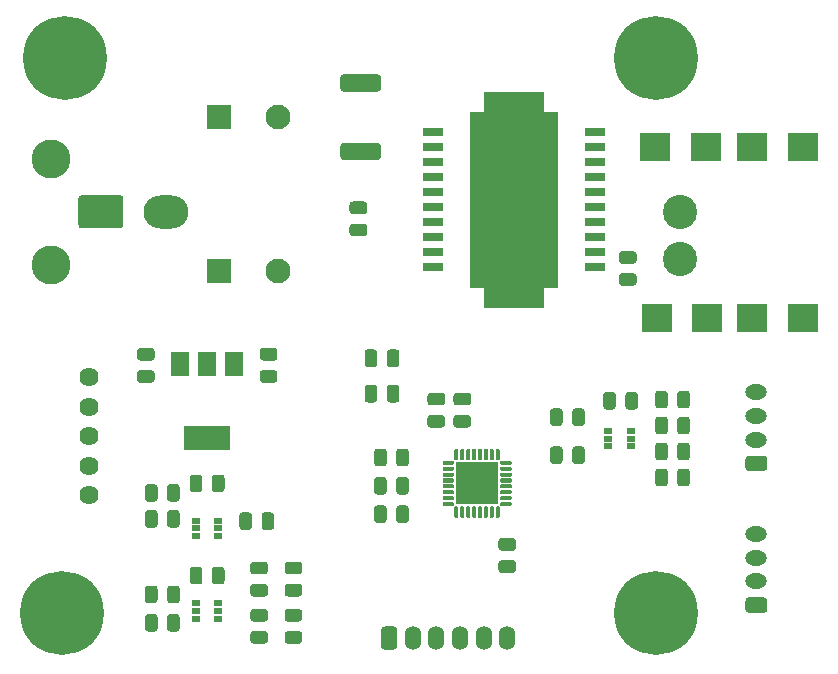
<source format=gbr>
%TF.GenerationSoftware,KiCad,Pcbnew,(5.1.6)-1*%
%TF.CreationDate,2021-10-22T00:30:08+09:00*%
%TF.ProjectId,Clutch_Ctrl_BD_Rev010,436c7574-6368-45f4-9374-726c5f42445f,rev?*%
%TF.SameCoordinates,PX5f5e100PY5f5e100*%
%TF.FileFunction,Soldermask,Top*%
%TF.FilePolarity,Negative*%
%FSLAX46Y46*%
G04 Gerber Fmt 4.6, Leading zero omitted, Abs format (unit mm)*
G04 Created by KiCad (PCBNEW (5.1.6)-1) date 2021-10-22 00:30:08*
%MOMM*%
%LPD*%
G01*
G04 APERTURE LIST*
%ADD10O,1.400000X2.000000*%
%ADD11R,3.550000X3.550000*%
%ADD12C,3.300000*%
%ADD13O,3.800000X2.800000*%
%ADD14O,1.850000X1.300000*%
%ADD15R,1.800000X0.800000*%
%ADD16R,7.500000X14.900000*%
%ADD17R,5.100000X2.100000*%
%ADD18C,0.100000*%
%ADD19C,7.100000*%
%ADD20R,0.750000X0.500000*%
%ADD21R,1.600000X2.100000*%
%ADD22R,3.900000X2.100000*%
%ADD23C,2.900000*%
%ADD24C,1.624000*%
%ADD25R,2.600000X2.400000*%
%ADD26C,2.100000*%
%ADD27R,2.100000X2.100000*%
G04 APERTURE END LIST*
%TO.C,J1*%
G36*
G01*
X31700000Y2250000D02*
X31700000Y3550000D01*
G75*
G02*
X32050000Y3900000I350000J0D01*
G01*
X32750000Y3900000D01*
G75*
G02*
X33100000Y3550000I0J-350000D01*
G01*
X33100000Y2250000D01*
G75*
G02*
X32750000Y1900000I-350000J0D01*
G01*
X32050000Y1900000D01*
G75*
G02*
X31700000Y2250000I0J350000D01*
G01*
G37*
D10*
X34400000Y2900000D03*
X36400000Y2900000D03*
X38400000Y2900000D03*
X40400000Y2900000D03*
X42400000Y2900000D03*
%TD*%
D11*
%TO.C,U2*%
X39850000Y16000000D03*
G36*
G01*
X37925000Y18037500D02*
X37925000Y18837500D01*
G75*
G02*
X38012500Y18925000I87500J0D01*
G01*
X38187500Y18925000D01*
G75*
G02*
X38275000Y18837500I0J-87500D01*
G01*
X38275000Y18037500D01*
G75*
G02*
X38187500Y17950000I-87500J0D01*
G01*
X38012500Y17950000D01*
G75*
G02*
X37925000Y18037500I0J87500D01*
G01*
G37*
G36*
G01*
X38425000Y18037500D02*
X38425000Y18837500D01*
G75*
G02*
X38512500Y18925000I87500J0D01*
G01*
X38687500Y18925000D01*
G75*
G02*
X38775000Y18837500I0J-87500D01*
G01*
X38775000Y18037500D01*
G75*
G02*
X38687500Y17950000I-87500J0D01*
G01*
X38512500Y17950000D01*
G75*
G02*
X38425000Y18037500I0J87500D01*
G01*
G37*
G36*
G01*
X38925000Y18037500D02*
X38925000Y18837500D01*
G75*
G02*
X39012500Y18925000I87500J0D01*
G01*
X39187500Y18925000D01*
G75*
G02*
X39275000Y18837500I0J-87500D01*
G01*
X39275000Y18037500D01*
G75*
G02*
X39187500Y17950000I-87500J0D01*
G01*
X39012500Y17950000D01*
G75*
G02*
X38925000Y18037500I0J87500D01*
G01*
G37*
G36*
G01*
X39425000Y18037500D02*
X39425000Y18837500D01*
G75*
G02*
X39512500Y18925000I87500J0D01*
G01*
X39687500Y18925000D01*
G75*
G02*
X39775000Y18837500I0J-87500D01*
G01*
X39775000Y18037500D01*
G75*
G02*
X39687500Y17950000I-87500J0D01*
G01*
X39512500Y17950000D01*
G75*
G02*
X39425000Y18037500I0J87500D01*
G01*
G37*
G36*
G01*
X39925000Y18037500D02*
X39925000Y18837500D01*
G75*
G02*
X40012500Y18925000I87500J0D01*
G01*
X40187500Y18925000D01*
G75*
G02*
X40275000Y18837500I0J-87500D01*
G01*
X40275000Y18037500D01*
G75*
G02*
X40187500Y17950000I-87500J0D01*
G01*
X40012500Y17950000D01*
G75*
G02*
X39925000Y18037500I0J87500D01*
G01*
G37*
G36*
G01*
X40425000Y18037500D02*
X40425000Y18837500D01*
G75*
G02*
X40512500Y18925000I87500J0D01*
G01*
X40687500Y18925000D01*
G75*
G02*
X40775000Y18837500I0J-87500D01*
G01*
X40775000Y18037500D01*
G75*
G02*
X40687500Y17950000I-87500J0D01*
G01*
X40512500Y17950000D01*
G75*
G02*
X40425000Y18037500I0J87500D01*
G01*
G37*
G36*
G01*
X40925000Y18037500D02*
X40925000Y18837500D01*
G75*
G02*
X41012500Y18925000I87500J0D01*
G01*
X41187500Y18925000D01*
G75*
G02*
X41275000Y18837500I0J-87500D01*
G01*
X41275000Y18037500D01*
G75*
G02*
X41187500Y17950000I-87500J0D01*
G01*
X41012500Y17950000D01*
G75*
G02*
X40925000Y18037500I0J87500D01*
G01*
G37*
G36*
G01*
X41425000Y18037500D02*
X41425000Y18837500D01*
G75*
G02*
X41512500Y18925000I87500J0D01*
G01*
X41687500Y18925000D01*
G75*
G02*
X41775000Y18837500I0J-87500D01*
G01*
X41775000Y18037500D01*
G75*
G02*
X41687500Y17950000I-87500J0D01*
G01*
X41512500Y17950000D01*
G75*
G02*
X41425000Y18037500I0J87500D01*
G01*
G37*
G36*
G01*
X41800000Y17662500D02*
X41800000Y17837500D01*
G75*
G02*
X41887500Y17925000I87500J0D01*
G01*
X42687500Y17925000D01*
G75*
G02*
X42775000Y17837500I0J-87500D01*
G01*
X42775000Y17662500D01*
G75*
G02*
X42687500Y17575000I-87500J0D01*
G01*
X41887500Y17575000D01*
G75*
G02*
X41800000Y17662500I0J87500D01*
G01*
G37*
G36*
G01*
X41800000Y17162500D02*
X41800000Y17337500D01*
G75*
G02*
X41887500Y17425000I87500J0D01*
G01*
X42687500Y17425000D01*
G75*
G02*
X42775000Y17337500I0J-87500D01*
G01*
X42775000Y17162500D01*
G75*
G02*
X42687500Y17075000I-87500J0D01*
G01*
X41887500Y17075000D01*
G75*
G02*
X41800000Y17162500I0J87500D01*
G01*
G37*
G36*
G01*
X41800000Y16662500D02*
X41800000Y16837500D01*
G75*
G02*
X41887500Y16925000I87500J0D01*
G01*
X42687500Y16925000D01*
G75*
G02*
X42775000Y16837500I0J-87500D01*
G01*
X42775000Y16662500D01*
G75*
G02*
X42687500Y16575000I-87500J0D01*
G01*
X41887500Y16575000D01*
G75*
G02*
X41800000Y16662500I0J87500D01*
G01*
G37*
G36*
G01*
X41800000Y16162500D02*
X41800000Y16337500D01*
G75*
G02*
X41887500Y16425000I87500J0D01*
G01*
X42687500Y16425000D01*
G75*
G02*
X42775000Y16337500I0J-87500D01*
G01*
X42775000Y16162500D01*
G75*
G02*
X42687500Y16075000I-87500J0D01*
G01*
X41887500Y16075000D01*
G75*
G02*
X41800000Y16162500I0J87500D01*
G01*
G37*
G36*
G01*
X41800000Y15662500D02*
X41800000Y15837500D01*
G75*
G02*
X41887500Y15925000I87500J0D01*
G01*
X42687500Y15925000D01*
G75*
G02*
X42775000Y15837500I0J-87500D01*
G01*
X42775000Y15662500D01*
G75*
G02*
X42687500Y15575000I-87500J0D01*
G01*
X41887500Y15575000D01*
G75*
G02*
X41800000Y15662500I0J87500D01*
G01*
G37*
G36*
G01*
X41800000Y15162500D02*
X41800000Y15337500D01*
G75*
G02*
X41887500Y15425000I87500J0D01*
G01*
X42687500Y15425000D01*
G75*
G02*
X42775000Y15337500I0J-87500D01*
G01*
X42775000Y15162500D01*
G75*
G02*
X42687500Y15075000I-87500J0D01*
G01*
X41887500Y15075000D01*
G75*
G02*
X41800000Y15162500I0J87500D01*
G01*
G37*
G36*
G01*
X41800000Y14662500D02*
X41800000Y14837500D01*
G75*
G02*
X41887500Y14925000I87500J0D01*
G01*
X42687500Y14925000D01*
G75*
G02*
X42775000Y14837500I0J-87500D01*
G01*
X42775000Y14662500D01*
G75*
G02*
X42687500Y14575000I-87500J0D01*
G01*
X41887500Y14575000D01*
G75*
G02*
X41800000Y14662500I0J87500D01*
G01*
G37*
G36*
G01*
X41800000Y14162500D02*
X41800000Y14337500D01*
G75*
G02*
X41887500Y14425000I87500J0D01*
G01*
X42687500Y14425000D01*
G75*
G02*
X42775000Y14337500I0J-87500D01*
G01*
X42775000Y14162500D01*
G75*
G02*
X42687500Y14075000I-87500J0D01*
G01*
X41887500Y14075000D01*
G75*
G02*
X41800000Y14162500I0J87500D01*
G01*
G37*
G36*
G01*
X41425000Y13162500D02*
X41425000Y13962500D01*
G75*
G02*
X41512500Y14050000I87500J0D01*
G01*
X41687500Y14050000D01*
G75*
G02*
X41775000Y13962500I0J-87500D01*
G01*
X41775000Y13162500D01*
G75*
G02*
X41687500Y13075000I-87500J0D01*
G01*
X41512500Y13075000D01*
G75*
G02*
X41425000Y13162500I0J87500D01*
G01*
G37*
G36*
G01*
X40925000Y13162500D02*
X40925000Y13962500D01*
G75*
G02*
X41012500Y14050000I87500J0D01*
G01*
X41187500Y14050000D01*
G75*
G02*
X41275000Y13962500I0J-87500D01*
G01*
X41275000Y13162500D01*
G75*
G02*
X41187500Y13075000I-87500J0D01*
G01*
X41012500Y13075000D01*
G75*
G02*
X40925000Y13162500I0J87500D01*
G01*
G37*
G36*
G01*
X40425000Y13162500D02*
X40425000Y13962500D01*
G75*
G02*
X40512500Y14050000I87500J0D01*
G01*
X40687500Y14050000D01*
G75*
G02*
X40775000Y13962500I0J-87500D01*
G01*
X40775000Y13162500D01*
G75*
G02*
X40687500Y13075000I-87500J0D01*
G01*
X40512500Y13075000D01*
G75*
G02*
X40425000Y13162500I0J87500D01*
G01*
G37*
G36*
G01*
X39925000Y13162500D02*
X39925000Y13962500D01*
G75*
G02*
X40012500Y14050000I87500J0D01*
G01*
X40187500Y14050000D01*
G75*
G02*
X40275000Y13962500I0J-87500D01*
G01*
X40275000Y13162500D01*
G75*
G02*
X40187500Y13075000I-87500J0D01*
G01*
X40012500Y13075000D01*
G75*
G02*
X39925000Y13162500I0J87500D01*
G01*
G37*
G36*
G01*
X39425000Y13162500D02*
X39425000Y13962500D01*
G75*
G02*
X39512500Y14050000I87500J0D01*
G01*
X39687500Y14050000D01*
G75*
G02*
X39775000Y13962500I0J-87500D01*
G01*
X39775000Y13162500D01*
G75*
G02*
X39687500Y13075000I-87500J0D01*
G01*
X39512500Y13075000D01*
G75*
G02*
X39425000Y13162500I0J87500D01*
G01*
G37*
G36*
G01*
X38925000Y13162500D02*
X38925000Y13962500D01*
G75*
G02*
X39012500Y14050000I87500J0D01*
G01*
X39187500Y14050000D01*
G75*
G02*
X39275000Y13962500I0J-87500D01*
G01*
X39275000Y13162500D01*
G75*
G02*
X39187500Y13075000I-87500J0D01*
G01*
X39012500Y13075000D01*
G75*
G02*
X38925000Y13162500I0J87500D01*
G01*
G37*
G36*
G01*
X38425000Y13162500D02*
X38425000Y13962500D01*
G75*
G02*
X38512500Y14050000I87500J0D01*
G01*
X38687500Y14050000D01*
G75*
G02*
X38775000Y13962500I0J-87500D01*
G01*
X38775000Y13162500D01*
G75*
G02*
X38687500Y13075000I-87500J0D01*
G01*
X38512500Y13075000D01*
G75*
G02*
X38425000Y13162500I0J87500D01*
G01*
G37*
G36*
G01*
X37925000Y13162500D02*
X37925000Y13962500D01*
G75*
G02*
X38012500Y14050000I87500J0D01*
G01*
X38187500Y14050000D01*
G75*
G02*
X38275000Y13962500I0J-87500D01*
G01*
X38275000Y13162500D01*
G75*
G02*
X38187500Y13075000I-87500J0D01*
G01*
X38012500Y13075000D01*
G75*
G02*
X37925000Y13162500I0J87500D01*
G01*
G37*
G36*
G01*
X36925000Y14162500D02*
X36925000Y14337500D01*
G75*
G02*
X37012500Y14425000I87500J0D01*
G01*
X37812500Y14425000D01*
G75*
G02*
X37900000Y14337500I0J-87500D01*
G01*
X37900000Y14162500D01*
G75*
G02*
X37812500Y14075000I-87500J0D01*
G01*
X37012500Y14075000D01*
G75*
G02*
X36925000Y14162500I0J87500D01*
G01*
G37*
G36*
G01*
X36925000Y14662500D02*
X36925000Y14837500D01*
G75*
G02*
X37012500Y14925000I87500J0D01*
G01*
X37812500Y14925000D01*
G75*
G02*
X37900000Y14837500I0J-87500D01*
G01*
X37900000Y14662500D01*
G75*
G02*
X37812500Y14575000I-87500J0D01*
G01*
X37012500Y14575000D01*
G75*
G02*
X36925000Y14662500I0J87500D01*
G01*
G37*
G36*
G01*
X36925000Y15162500D02*
X36925000Y15337500D01*
G75*
G02*
X37012500Y15425000I87500J0D01*
G01*
X37812500Y15425000D01*
G75*
G02*
X37900000Y15337500I0J-87500D01*
G01*
X37900000Y15162500D01*
G75*
G02*
X37812500Y15075000I-87500J0D01*
G01*
X37012500Y15075000D01*
G75*
G02*
X36925000Y15162500I0J87500D01*
G01*
G37*
G36*
G01*
X36925000Y15662500D02*
X36925000Y15837500D01*
G75*
G02*
X37012500Y15925000I87500J0D01*
G01*
X37812500Y15925000D01*
G75*
G02*
X37900000Y15837500I0J-87500D01*
G01*
X37900000Y15662500D01*
G75*
G02*
X37812500Y15575000I-87500J0D01*
G01*
X37012500Y15575000D01*
G75*
G02*
X36925000Y15662500I0J87500D01*
G01*
G37*
G36*
G01*
X36925000Y16162500D02*
X36925000Y16337500D01*
G75*
G02*
X37012500Y16425000I87500J0D01*
G01*
X37812500Y16425000D01*
G75*
G02*
X37900000Y16337500I0J-87500D01*
G01*
X37900000Y16162500D01*
G75*
G02*
X37812500Y16075000I-87500J0D01*
G01*
X37012500Y16075000D01*
G75*
G02*
X36925000Y16162500I0J87500D01*
G01*
G37*
G36*
G01*
X36925000Y16662500D02*
X36925000Y16837500D01*
G75*
G02*
X37012500Y16925000I87500J0D01*
G01*
X37812500Y16925000D01*
G75*
G02*
X37900000Y16837500I0J-87500D01*
G01*
X37900000Y16662500D01*
G75*
G02*
X37812500Y16575000I-87500J0D01*
G01*
X37012500Y16575000D01*
G75*
G02*
X36925000Y16662500I0J87500D01*
G01*
G37*
G36*
G01*
X36925000Y17162500D02*
X36925000Y17337500D01*
G75*
G02*
X37012500Y17425000I87500J0D01*
G01*
X37812500Y17425000D01*
G75*
G02*
X37900000Y17337500I0J-87500D01*
G01*
X37900000Y17162500D01*
G75*
G02*
X37812500Y17075000I-87500J0D01*
G01*
X37012500Y17075000D01*
G75*
G02*
X36925000Y17162500I0J87500D01*
G01*
G37*
G36*
G01*
X36925000Y17662500D02*
X36925000Y17837500D01*
G75*
G02*
X37012500Y17925000I87500J0D01*
G01*
X37812500Y17925000D01*
G75*
G02*
X37900000Y17837500I0J-87500D01*
G01*
X37900000Y17662500D01*
G75*
G02*
X37812500Y17575000I-87500J0D01*
G01*
X37012500Y17575000D01*
G75*
G02*
X36925000Y17662500I0J87500D01*
G01*
G37*
%TD*%
%TO.C,C17*%
G36*
G01*
X32200000Y13881250D02*
X32200000Y12918750D01*
G75*
G02*
X31931250Y12650000I-268750J0D01*
G01*
X31393750Y12650000D01*
G75*
G02*
X31125000Y12918750I0J268750D01*
G01*
X31125000Y13881250D01*
G75*
G02*
X31393750Y14150000I268750J0D01*
G01*
X31931250Y14150000D01*
G75*
G02*
X32200000Y13881250I0J-268750D01*
G01*
G37*
G36*
G01*
X34075000Y13881250D02*
X34075000Y12918750D01*
G75*
G02*
X33806250Y12650000I-268750J0D01*
G01*
X33268750Y12650000D01*
G75*
G02*
X33000000Y12918750I0J268750D01*
G01*
X33000000Y13881250D01*
G75*
G02*
X33268750Y14150000I268750J0D01*
G01*
X33806250Y14150000D01*
G75*
G02*
X34075000Y13881250I0J-268750D01*
G01*
G37*
%TD*%
D12*
%TO.C,J6*%
X3800000Y43500000D03*
X3800000Y34500000D03*
D13*
X13500000Y39000000D03*
G36*
G01*
X9640740Y37600000D02*
X6359260Y37600000D01*
G75*
G02*
X6100000Y37859260I0J259260D01*
G01*
X6100000Y40140740D01*
G75*
G02*
X6359260Y40400000I259260J0D01*
G01*
X9640740Y40400000D01*
G75*
G02*
X9900000Y40140740I0J-259260D01*
G01*
X9900000Y37859260D01*
G75*
G02*
X9640740Y37600000I-259260J0D01*
G01*
G37*
%TD*%
%TO.C,J5*%
G36*
G01*
X64154168Y5050000D02*
X62845832Y5050000D01*
G75*
G02*
X62575000Y5320832I0J270832D01*
G01*
X62575000Y6079168D01*
G75*
G02*
X62845832Y6350000I270832J0D01*
G01*
X64154168Y6350000D01*
G75*
G02*
X64425000Y6079168I0J-270832D01*
G01*
X64425000Y5320832D01*
G75*
G02*
X64154168Y5050000I-270832J0D01*
G01*
G37*
D14*
X63500000Y7700000D03*
X63500000Y9700000D03*
X63500000Y11700000D03*
%TD*%
%TO.C,J4*%
G36*
G01*
X64154168Y17050000D02*
X62845832Y17050000D01*
G75*
G02*
X62575000Y17320832I0J270832D01*
G01*
X62575000Y18079168D01*
G75*
G02*
X62845832Y18350000I270832J0D01*
G01*
X64154168Y18350000D01*
G75*
G02*
X64425000Y18079168I0J-270832D01*
G01*
X64425000Y17320832D01*
G75*
G02*
X64154168Y17050000I-270832J0D01*
G01*
G37*
X63500000Y19700000D03*
X63500000Y21700000D03*
X63500000Y23700000D03*
%TD*%
D15*
%TO.C,U3*%
X36150000Y45715000D03*
D16*
X43000000Y40000000D03*
D15*
X36150000Y44445000D03*
X36150000Y43175000D03*
X36150000Y41905000D03*
X36150000Y40635000D03*
X36150000Y39365000D03*
X36150000Y38095000D03*
X36150000Y36825000D03*
X36150000Y35555000D03*
X36150000Y34285000D03*
X49850000Y34285000D03*
X49850000Y35555000D03*
X49850000Y36825000D03*
X49850000Y38095000D03*
X49850000Y39365000D03*
X49850000Y40635000D03*
X49850000Y41905000D03*
X49850000Y43175000D03*
X49850000Y44445000D03*
X49850000Y45715000D03*
D17*
X43000000Y48125000D03*
X43000000Y31875000D03*
%TD*%
D18*
%TO.C,H4*%
G36*
X53124527Y54349277D02*
G01*
X53163592Y54345430D01*
X53168446Y54344710D01*
X53206946Y54337052D01*
X53211706Y54335860D01*
X53249270Y54324465D01*
X53253890Y54322812D01*
X53290156Y54307790D01*
X53294593Y54305692D01*
X53329212Y54287187D01*
X53333419Y54284665D01*
X53366058Y54262857D01*
X53370000Y54259933D01*
X53400344Y54235030D01*
X53403979Y54231735D01*
X53431735Y54203979D01*
X53435030Y54200344D01*
X53459933Y54170000D01*
X53462857Y54166058D01*
X53484665Y54133419D01*
X53487187Y54129212D01*
X53505692Y54094593D01*
X53507790Y54090156D01*
X53522812Y54053890D01*
X53524465Y54049270D01*
X53535860Y54011706D01*
X53537052Y54006946D01*
X53544710Y53968446D01*
X53545430Y53963592D01*
X53549277Y53924527D01*
X53549518Y53919627D01*
X53549518Y53880373D01*
X53549277Y53875473D01*
X53545430Y53836408D01*
X53544710Y53831554D01*
X53537052Y53793054D01*
X53535860Y53788294D01*
X53524465Y53750730D01*
X53522812Y53746110D01*
X53507790Y53709844D01*
X53505692Y53705407D01*
X53487187Y53670788D01*
X53484665Y53666581D01*
X53462857Y53633942D01*
X53459933Y53630000D01*
X53435030Y53599656D01*
X53431735Y53596021D01*
X53403979Y53568265D01*
X53400344Y53564970D01*
X53370000Y53540067D01*
X53366058Y53537143D01*
X53333419Y53515335D01*
X53329212Y53512813D01*
X53294593Y53494308D01*
X53290156Y53492210D01*
X53253890Y53477188D01*
X53249270Y53475535D01*
X53211706Y53464140D01*
X53206946Y53462948D01*
X53168446Y53455290D01*
X53163592Y53454570D01*
X53124527Y53450723D01*
X53119627Y53450482D01*
X53080373Y53450482D01*
X53075473Y53450723D01*
X53036408Y53454570D01*
X53031554Y53455290D01*
X52993054Y53462948D01*
X52988294Y53464140D01*
X52950730Y53475535D01*
X52946110Y53477188D01*
X52909844Y53492210D01*
X52905407Y53494308D01*
X52870788Y53512813D01*
X52866581Y53515335D01*
X52833942Y53537143D01*
X52830000Y53540067D01*
X52799656Y53564970D01*
X52796021Y53568265D01*
X52768265Y53596021D01*
X52764970Y53599656D01*
X52740067Y53630000D01*
X52737143Y53633942D01*
X52715335Y53666581D01*
X52712813Y53670788D01*
X52694308Y53705407D01*
X52692210Y53709844D01*
X52677188Y53746110D01*
X52675535Y53750730D01*
X52664140Y53788294D01*
X52662948Y53793054D01*
X52655290Y53831554D01*
X52654570Y53836408D01*
X52650723Y53875473D01*
X52650482Y53880373D01*
X52650482Y53919627D01*
X52650723Y53924527D01*
X52654570Y53963592D01*
X52655290Y53968446D01*
X52662948Y54006946D01*
X52664140Y54011706D01*
X52675535Y54049270D01*
X52677188Y54053890D01*
X52692210Y54090156D01*
X52694308Y54094593D01*
X52712813Y54129212D01*
X52715335Y54133419D01*
X52737143Y54166058D01*
X52740067Y54170000D01*
X52764970Y54200344D01*
X52768265Y54203979D01*
X52796021Y54231735D01*
X52799656Y54235030D01*
X52830000Y54259933D01*
X52833942Y54262857D01*
X52866581Y54284665D01*
X52870788Y54287187D01*
X52905407Y54305692D01*
X52909844Y54307790D01*
X52946110Y54322812D01*
X52950730Y54324465D01*
X52988294Y54335860D01*
X52993054Y54337052D01*
X53031554Y54344710D01*
X53036408Y54345430D01*
X53075473Y54349277D01*
X53080373Y54349518D01*
X53119627Y54349518D01*
X53124527Y54349277D01*
G37*
G36*
X56924527Y50549277D02*
G01*
X56963592Y50545430D01*
X56968446Y50544710D01*
X57006946Y50537052D01*
X57011706Y50535860D01*
X57049270Y50524465D01*
X57053890Y50522812D01*
X57090156Y50507790D01*
X57094593Y50505692D01*
X57129212Y50487187D01*
X57133419Y50484665D01*
X57166058Y50462857D01*
X57170000Y50459933D01*
X57200344Y50435030D01*
X57203979Y50431735D01*
X57231735Y50403979D01*
X57235030Y50400344D01*
X57259933Y50370000D01*
X57262857Y50366058D01*
X57284665Y50333419D01*
X57287187Y50329212D01*
X57305692Y50294593D01*
X57307790Y50290156D01*
X57322812Y50253890D01*
X57324465Y50249270D01*
X57335860Y50211706D01*
X57337052Y50206946D01*
X57344710Y50168446D01*
X57345430Y50163592D01*
X57349277Y50124527D01*
X57349518Y50119627D01*
X57349518Y50080373D01*
X57349277Y50075473D01*
X57345430Y50036408D01*
X57344710Y50031554D01*
X57337052Y49993054D01*
X57335860Y49988294D01*
X57324465Y49950730D01*
X57322812Y49946110D01*
X57307790Y49909844D01*
X57305692Y49905407D01*
X57287187Y49870788D01*
X57284665Y49866581D01*
X57262857Y49833942D01*
X57259933Y49830000D01*
X57235030Y49799656D01*
X57231735Y49796021D01*
X57203979Y49768265D01*
X57200344Y49764970D01*
X57170000Y49740067D01*
X57166058Y49737143D01*
X57133419Y49715335D01*
X57129212Y49712813D01*
X57094593Y49694308D01*
X57090156Y49692210D01*
X57053890Y49677188D01*
X57049270Y49675535D01*
X57011706Y49664140D01*
X57006946Y49662948D01*
X56968446Y49655290D01*
X56963592Y49654570D01*
X56924527Y49650723D01*
X56919627Y49650482D01*
X56880373Y49650482D01*
X56875473Y49650723D01*
X56836408Y49654570D01*
X56831554Y49655290D01*
X56793054Y49662948D01*
X56788294Y49664140D01*
X56750730Y49675535D01*
X56746110Y49677188D01*
X56709844Y49692210D01*
X56705407Y49694308D01*
X56670788Y49712813D01*
X56666581Y49715335D01*
X56633942Y49737143D01*
X56630000Y49740067D01*
X56599656Y49764970D01*
X56596021Y49768265D01*
X56568265Y49796021D01*
X56564970Y49799656D01*
X56540067Y49830000D01*
X56537143Y49833942D01*
X56515335Y49866581D01*
X56512813Y49870788D01*
X56494308Y49905407D01*
X56492210Y49909844D01*
X56477188Y49946110D01*
X56475535Y49950730D01*
X56464140Y49988294D01*
X56462948Y49993054D01*
X56455290Y50031554D01*
X56454570Y50036408D01*
X56450723Y50075473D01*
X56450482Y50080373D01*
X56450482Y50119627D01*
X56450723Y50124527D01*
X56454570Y50163592D01*
X56455290Y50168446D01*
X56462948Y50206946D01*
X56464140Y50211706D01*
X56475535Y50249270D01*
X56477188Y50253890D01*
X56492210Y50290156D01*
X56494308Y50294593D01*
X56512813Y50329212D01*
X56515335Y50333419D01*
X56537143Y50366058D01*
X56540067Y50370000D01*
X56564970Y50400344D01*
X56568265Y50403979D01*
X56596021Y50431735D01*
X56599656Y50435030D01*
X56630000Y50459933D01*
X56633942Y50462857D01*
X56666581Y50484665D01*
X56670788Y50487187D01*
X56705407Y50505692D01*
X56709844Y50507790D01*
X56746110Y50522812D01*
X56750730Y50524465D01*
X56788294Y50535860D01*
X56793054Y50537052D01*
X56831554Y50544710D01*
X56836408Y50545430D01*
X56875473Y50549277D01*
X56880373Y50549518D01*
X56919627Y50549518D01*
X56924527Y50549277D01*
G37*
G36*
X53124527Y50549277D02*
G01*
X53163592Y50545430D01*
X53168446Y50544710D01*
X53206946Y50537052D01*
X53211706Y50535860D01*
X53249270Y50524465D01*
X53253890Y50522812D01*
X53290156Y50507790D01*
X53294593Y50505692D01*
X53329212Y50487187D01*
X53333419Y50484665D01*
X53366058Y50462857D01*
X53370000Y50459933D01*
X53400344Y50435030D01*
X53403979Y50431735D01*
X53431735Y50403979D01*
X53435030Y50400344D01*
X53459933Y50370000D01*
X53462857Y50366058D01*
X53484665Y50333419D01*
X53487187Y50329212D01*
X53505692Y50294593D01*
X53507790Y50290156D01*
X53522812Y50253890D01*
X53524465Y50249270D01*
X53535860Y50211706D01*
X53537052Y50206946D01*
X53544710Y50168446D01*
X53545430Y50163592D01*
X53549277Y50124527D01*
X53549518Y50119627D01*
X53549518Y50080373D01*
X53549277Y50075473D01*
X53545430Y50036408D01*
X53544710Y50031554D01*
X53537052Y49993054D01*
X53535860Y49988294D01*
X53524465Y49950730D01*
X53522812Y49946110D01*
X53507790Y49909844D01*
X53505692Y49905407D01*
X53487187Y49870788D01*
X53484665Y49866581D01*
X53462857Y49833942D01*
X53459933Y49830000D01*
X53435030Y49799656D01*
X53431735Y49796021D01*
X53403979Y49768265D01*
X53400344Y49764970D01*
X53370000Y49740067D01*
X53366058Y49737143D01*
X53333419Y49715335D01*
X53329212Y49712813D01*
X53294593Y49694308D01*
X53290156Y49692210D01*
X53253890Y49677188D01*
X53249270Y49675535D01*
X53211706Y49664140D01*
X53206946Y49662948D01*
X53168446Y49655290D01*
X53163592Y49654570D01*
X53124527Y49650723D01*
X53119627Y49650482D01*
X53080373Y49650482D01*
X53075473Y49650723D01*
X53036408Y49654570D01*
X53031554Y49655290D01*
X52993054Y49662948D01*
X52988294Y49664140D01*
X52950730Y49675535D01*
X52946110Y49677188D01*
X52909844Y49692210D01*
X52905407Y49694308D01*
X52870788Y49712813D01*
X52866581Y49715335D01*
X52833942Y49737143D01*
X52830000Y49740067D01*
X52799656Y49764970D01*
X52796021Y49768265D01*
X52768265Y49796021D01*
X52764970Y49799656D01*
X52740067Y49830000D01*
X52737143Y49833942D01*
X52715335Y49866581D01*
X52712813Y49870788D01*
X52694308Y49905407D01*
X52692210Y49909844D01*
X52677188Y49946110D01*
X52675535Y49950730D01*
X52664140Y49988294D01*
X52662948Y49993054D01*
X52655290Y50031554D01*
X52654570Y50036408D01*
X52650723Y50075473D01*
X52650482Y50080373D01*
X52650482Y50119627D01*
X52650723Y50124527D01*
X52654570Y50163592D01*
X52655290Y50168446D01*
X52662948Y50206946D01*
X52664140Y50211706D01*
X52675535Y50249270D01*
X52677188Y50253890D01*
X52692210Y50290156D01*
X52694308Y50294593D01*
X52712813Y50329212D01*
X52715335Y50333419D01*
X52737143Y50366058D01*
X52740067Y50370000D01*
X52764970Y50400344D01*
X52768265Y50403979D01*
X52796021Y50431735D01*
X52799656Y50435030D01*
X52830000Y50459933D01*
X52833942Y50462857D01*
X52866581Y50484665D01*
X52870788Y50487187D01*
X52905407Y50505692D01*
X52909844Y50507790D01*
X52946110Y50522812D01*
X52950730Y50524465D01*
X52988294Y50535860D01*
X52993054Y50537052D01*
X53031554Y50544710D01*
X53036408Y50545430D01*
X53075473Y50549277D01*
X53080373Y50549518D01*
X53119627Y50549518D01*
X53124527Y50549277D01*
G37*
G36*
X56924527Y54349277D02*
G01*
X56963592Y54345430D01*
X56968446Y54344710D01*
X57006946Y54337052D01*
X57011706Y54335860D01*
X57049270Y54324465D01*
X57053890Y54322812D01*
X57090156Y54307790D01*
X57094593Y54305692D01*
X57129212Y54287187D01*
X57133419Y54284665D01*
X57166058Y54262857D01*
X57170000Y54259933D01*
X57200344Y54235030D01*
X57203979Y54231735D01*
X57231735Y54203979D01*
X57235030Y54200344D01*
X57259933Y54170000D01*
X57262857Y54166058D01*
X57284665Y54133419D01*
X57287187Y54129212D01*
X57305692Y54094593D01*
X57307790Y54090156D01*
X57322812Y54053890D01*
X57324465Y54049270D01*
X57335860Y54011706D01*
X57337052Y54006946D01*
X57344710Y53968446D01*
X57345430Y53963592D01*
X57349277Y53924527D01*
X57349518Y53919627D01*
X57349518Y53880373D01*
X57349277Y53875473D01*
X57345430Y53836408D01*
X57344710Y53831554D01*
X57337052Y53793054D01*
X57335860Y53788294D01*
X57324465Y53750730D01*
X57322812Y53746110D01*
X57307790Y53709844D01*
X57305692Y53705407D01*
X57287187Y53670788D01*
X57284665Y53666581D01*
X57262857Y53633942D01*
X57259933Y53630000D01*
X57235030Y53599656D01*
X57231735Y53596021D01*
X57203979Y53568265D01*
X57200344Y53564970D01*
X57170000Y53540067D01*
X57166058Y53537143D01*
X57133419Y53515335D01*
X57129212Y53512813D01*
X57094593Y53494308D01*
X57090156Y53492210D01*
X57053890Y53477188D01*
X57049270Y53475535D01*
X57011706Y53464140D01*
X57006946Y53462948D01*
X56968446Y53455290D01*
X56963592Y53454570D01*
X56924527Y53450723D01*
X56919627Y53450482D01*
X56880373Y53450482D01*
X56875473Y53450723D01*
X56836408Y53454570D01*
X56831554Y53455290D01*
X56793054Y53462948D01*
X56788294Y53464140D01*
X56750730Y53475535D01*
X56746110Y53477188D01*
X56709844Y53492210D01*
X56705407Y53494308D01*
X56670788Y53512813D01*
X56666581Y53515335D01*
X56633942Y53537143D01*
X56630000Y53540067D01*
X56599656Y53564970D01*
X56596021Y53568265D01*
X56568265Y53596021D01*
X56564970Y53599656D01*
X56540067Y53630000D01*
X56537143Y53633942D01*
X56515335Y53666581D01*
X56512813Y53670788D01*
X56494308Y53705407D01*
X56492210Y53709844D01*
X56477188Y53746110D01*
X56475535Y53750730D01*
X56464140Y53788294D01*
X56462948Y53793054D01*
X56455290Y53831554D01*
X56454570Y53836408D01*
X56450723Y53875473D01*
X56450482Y53880373D01*
X56450482Y53919627D01*
X56450723Y53924527D01*
X56454570Y53963592D01*
X56455290Y53968446D01*
X56462948Y54006946D01*
X56464140Y54011706D01*
X56475535Y54049270D01*
X56477188Y54053890D01*
X56492210Y54090156D01*
X56494308Y54094593D01*
X56512813Y54129212D01*
X56515335Y54133419D01*
X56537143Y54166058D01*
X56540067Y54170000D01*
X56564970Y54200344D01*
X56568265Y54203979D01*
X56596021Y54231735D01*
X56599656Y54235030D01*
X56630000Y54259933D01*
X56633942Y54262857D01*
X56666581Y54284665D01*
X56670788Y54287187D01*
X56705407Y54305692D01*
X56709844Y54307790D01*
X56746110Y54322812D01*
X56750730Y54324465D01*
X56788294Y54335860D01*
X56793054Y54337052D01*
X56831554Y54344710D01*
X56836408Y54345430D01*
X56875473Y54349277D01*
X56880373Y54349518D01*
X56919627Y54349518D01*
X56924527Y54349277D01*
G37*
G36*
X55024527Y55149277D02*
G01*
X55063592Y55145430D01*
X55068446Y55144710D01*
X55106946Y55137052D01*
X55111706Y55135860D01*
X55149270Y55124465D01*
X55153890Y55122812D01*
X55190156Y55107790D01*
X55194593Y55105692D01*
X55229212Y55087187D01*
X55233419Y55084665D01*
X55266058Y55062857D01*
X55270000Y55059933D01*
X55300344Y55035030D01*
X55303979Y55031735D01*
X55331735Y55003979D01*
X55335030Y55000344D01*
X55359933Y54970000D01*
X55362857Y54966058D01*
X55384665Y54933419D01*
X55387187Y54929212D01*
X55405692Y54894593D01*
X55407790Y54890156D01*
X55422812Y54853890D01*
X55424465Y54849270D01*
X55435860Y54811706D01*
X55437052Y54806946D01*
X55444710Y54768446D01*
X55445430Y54763592D01*
X55449277Y54724527D01*
X55449518Y54719627D01*
X55449518Y54680373D01*
X55449277Y54675473D01*
X55445430Y54636408D01*
X55444710Y54631554D01*
X55437052Y54593054D01*
X55435860Y54588294D01*
X55424465Y54550730D01*
X55422812Y54546110D01*
X55407790Y54509844D01*
X55405692Y54505407D01*
X55387187Y54470788D01*
X55384665Y54466581D01*
X55362857Y54433942D01*
X55359933Y54430000D01*
X55335030Y54399656D01*
X55331735Y54396021D01*
X55303979Y54368265D01*
X55300344Y54364970D01*
X55270000Y54340067D01*
X55266058Y54337143D01*
X55233419Y54315335D01*
X55229212Y54312813D01*
X55194593Y54294308D01*
X55190156Y54292210D01*
X55153890Y54277188D01*
X55149270Y54275535D01*
X55111706Y54264140D01*
X55106946Y54262948D01*
X55068446Y54255290D01*
X55063592Y54254570D01*
X55024527Y54250723D01*
X55019627Y54250482D01*
X54980373Y54250482D01*
X54975473Y54250723D01*
X54936408Y54254570D01*
X54931554Y54255290D01*
X54893054Y54262948D01*
X54888294Y54264140D01*
X54850730Y54275535D01*
X54846110Y54277188D01*
X54809844Y54292210D01*
X54805407Y54294308D01*
X54770788Y54312813D01*
X54766581Y54315335D01*
X54733942Y54337143D01*
X54730000Y54340067D01*
X54699656Y54364970D01*
X54696021Y54368265D01*
X54668265Y54396021D01*
X54664970Y54399656D01*
X54640067Y54430000D01*
X54637143Y54433942D01*
X54615335Y54466581D01*
X54612813Y54470788D01*
X54594308Y54505407D01*
X54592210Y54509844D01*
X54577188Y54546110D01*
X54575535Y54550730D01*
X54564140Y54588294D01*
X54562948Y54593054D01*
X54555290Y54631554D01*
X54554570Y54636408D01*
X54550723Y54675473D01*
X54550482Y54680373D01*
X54550482Y54719627D01*
X54550723Y54724527D01*
X54554570Y54763592D01*
X54555290Y54768446D01*
X54562948Y54806946D01*
X54564140Y54811706D01*
X54575535Y54849270D01*
X54577188Y54853890D01*
X54592210Y54890156D01*
X54594308Y54894593D01*
X54612813Y54929212D01*
X54615335Y54933419D01*
X54637143Y54966058D01*
X54640067Y54970000D01*
X54664970Y55000344D01*
X54668265Y55003979D01*
X54696021Y55031735D01*
X54699656Y55035030D01*
X54730000Y55059933D01*
X54733942Y55062857D01*
X54766581Y55084665D01*
X54770788Y55087187D01*
X54805407Y55105692D01*
X54809844Y55107790D01*
X54846110Y55122812D01*
X54850730Y55124465D01*
X54888294Y55135860D01*
X54893054Y55137052D01*
X54931554Y55144710D01*
X54936408Y55145430D01*
X54975473Y55149277D01*
X54980373Y55149518D01*
X55019627Y55149518D01*
X55024527Y55149277D01*
G37*
G36*
X52324527Y52449277D02*
G01*
X52363592Y52445430D01*
X52368446Y52444710D01*
X52406946Y52437052D01*
X52411706Y52435860D01*
X52449270Y52424465D01*
X52453890Y52422812D01*
X52490156Y52407790D01*
X52494593Y52405692D01*
X52529212Y52387187D01*
X52533419Y52384665D01*
X52566058Y52362857D01*
X52570000Y52359933D01*
X52600344Y52335030D01*
X52603979Y52331735D01*
X52631735Y52303979D01*
X52635030Y52300344D01*
X52659933Y52270000D01*
X52662857Y52266058D01*
X52684665Y52233419D01*
X52687187Y52229212D01*
X52705692Y52194593D01*
X52707790Y52190156D01*
X52722812Y52153890D01*
X52724465Y52149270D01*
X52735860Y52111706D01*
X52737052Y52106946D01*
X52744710Y52068446D01*
X52745430Y52063592D01*
X52749277Y52024527D01*
X52749518Y52019627D01*
X52749518Y51980373D01*
X52749277Y51975473D01*
X52745430Y51936408D01*
X52744710Y51931554D01*
X52737052Y51893054D01*
X52735860Y51888294D01*
X52724465Y51850730D01*
X52722812Y51846110D01*
X52707790Y51809844D01*
X52705692Y51805407D01*
X52687187Y51770788D01*
X52684665Y51766581D01*
X52662857Y51733942D01*
X52659933Y51730000D01*
X52635030Y51699656D01*
X52631735Y51696021D01*
X52603979Y51668265D01*
X52600344Y51664970D01*
X52570000Y51640067D01*
X52566058Y51637143D01*
X52533419Y51615335D01*
X52529212Y51612813D01*
X52494593Y51594308D01*
X52490156Y51592210D01*
X52453890Y51577188D01*
X52449270Y51575535D01*
X52411706Y51564140D01*
X52406946Y51562948D01*
X52368446Y51555290D01*
X52363592Y51554570D01*
X52324527Y51550723D01*
X52319627Y51550482D01*
X52280373Y51550482D01*
X52275473Y51550723D01*
X52236408Y51554570D01*
X52231554Y51555290D01*
X52193054Y51562948D01*
X52188294Y51564140D01*
X52150730Y51575535D01*
X52146110Y51577188D01*
X52109844Y51592210D01*
X52105407Y51594308D01*
X52070788Y51612813D01*
X52066581Y51615335D01*
X52033942Y51637143D01*
X52030000Y51640067D01*
X51999656Y51664970D01*
X51996021Y51668265D01*
X51968265Y51696021D01*
X51964970Y51699656D01*
X51940067Y51730000D01*
X51937143Y51733942D01*
X51915335Y51766581D01*
X51912813Y51770788D01*
X51894308Y51805407D01*
X51892210Y51809844D01*
X51877188Y51846110D01*
X51875535Y51850730D01*
X51864140Y51888294D01*
X51862948Y51893054D01*
X51855290Y51931554D01*
X51854570Y51936408D01*
X51850723Y51975473D01*
X51850482Y51980373D01*
X51850482Y52019627D01*
X51850723Y52024527D01*
X51854570Y52063592D01*
X51855290Y52068446D01*
X51862948Y52106946D01*
X51864140Y52111706D01*
X51875535Y52149270D01*
X51877188Y52153890D01*
X51892210Y52190156D01*
X51894308Y52194593D01*
X51912813Y52229212D01*
X51915335Y52233419D01*
X51937143Y52266058D01*
X51940067Y52270000D01*
X51964970Y52300344D01*
X51968265Y52303979D01*
X51996021Y52331735D01*
X51999656Y52335030D01*
X52030000Y52359933D01*
X52033942Y52362857D01*
X52066581Y52384665D01*
X52070788Y52387187D01*
X52105407Y52405692D01*
X52109844Y52407790D01*
X52146110Y52422812D01*
X52150730Y52424465D01*
X52188294Y52435860D01*
X52193054Y52437052D01*
X52231554Y52444710D01*
X52236408Y52445430D01*
X52275473Y52449277D01*
X52280373Y52449518D01*
X52319627Y52449518D01*
X52324527Y52449277D01*
G37*
G36*
X55024527Y49749277D02*
G01*
X55063592Y49745430D01*
X55068446Y49744710D01*
X55106946Y49737052D01*
X55111706Y49735860D01*
X55149270Y49724465D01*
X55153890Y49722812D01*
X55190156Y49707790D01*
X55194593Y49705692D01*
X55229212Y49687187D01*
X55233419Y49684665D01*
X55266058Y49662857D01*
X55270000Y49659933D01*
X55300344Y49635030D01*
X55303979Y49631735D01*
X55331735Y49603979D01*
X55335030Y49600344D01*
X55359933Y49570000D01*
X55362857Y49566058D01*
X55384665Y49533419D01*
X55387187Y49529212D01*
X55405692Y49494593D01*
X55407790Y49490156D01*
X55422812Y49453890D01*
X55424465Y49449270D01*
X55435860Y49411706D01*
X55437052Y49406946D01*
X55444710Y49368446D01*
X55445430Y49363592D01*
X55449277Y49324527D01*
X55449518Y49319627D01*
X55449518Y49280373D01*
X55449277Y49275473D01*
X55445430Y49236408D01*
X55444710Y49231554D01*
X55437052Y49193054D01*
X55435860Y49188294D01*
X55424465Y49150730D01*
X55422812Y49146110D01*
X55407790Y49109844D01*
X55405692Y49105407D01*
X55387187Y49070788D01*
X55384665Y49066581D01*
X55362857Y49033942D01*
X55359933Y49030000D01*
X55335030Y48999656D01*
X55331735Y48996021D01*
X55303979Y48968265D01*
X55300344Y48964970D01*
X55270000Y48940067D01*
X55266058Y48937143D01*
X55233419Y48915335D01*
X55229212Y48912813D01*
X55194593Y48894308D01*
X55190156Y48892210D01*
X55153890Y48877188D01*
X55149270Y48875535D01*
X55111706Y48864140D01*
X55106946Y48862948D01*
X55068446Y48855290D01*
X55063592Y48854570D01*
X55024527Y48850723D01*
X55019627Y48850482D01*
X54980373Y48850482D01*
X54975473Y48850723D01*
X54936408Y48854570D01*
X54931554Y48855290D01*
X54893054Y48862948D01*
X54888294Y48864140D01*
X54850730Y48875535D01*
X54846110Y48877188D01*
X54809844Y48892210D01*
X54805407Y48894308D01*
X54770788Y48912813D01*
X54766581Y48915335D01*
X54733942Y48937143D01*
X54730000Y48940067D01*
X54699656Y48964970D01*
X54696021Y48968265D01*
X54668265Y48996021D01*
X54664970Y48999656D01*
X54640067Y49030000D01*
X54637143Y49033942D01*
X54615335Y49066581D01*
X54612813Y49070788D01*
X54594308Y49105407D01*
X54592210Y49109844D01*
X54577188Y49146110D01*
X54575535Y49150730D01*
X54564140Y49188294D01*
X54562948Y49193054D01*
X54555290Y49231554D01*
X54554570Y49236408D01*
X54550723Y49275473D01*
X54550482Y49280373D01*
X54550482Y49319627D01*
X54550723Y49324527D01*
X54554570Y49363592D01*
X54555290Y49368446D01*
X54562948Y49406946D01*
X54564140Y49411706D01*
X54575535Y49449270D01*
X54577188Y49453890D01*
X54592210Y49490156D01*
X54594308Y49494593D01*
X54612813Y49529212D01*
X54615335Y49533419D01*
X54637143Y49566058D01*
X54640067Y49570000D01*
X54664970Y49600344D01*
X54668265Y49603979D01*
X54696021Y49631735D01*
X54699656Y49635030D01*
X54730000Y49659933D01*
X54733942Y49662857D01*
X54766581Y49684665D01*
X54770788Y49687187D01*
X54805407Y49705692D01*
X54809844Y49707790D01*
X54846110Y49722812D01*
X54850730Y49724465D01*
X54888294Y49735860D01*
X54893054Y49737052D01*
X54931554Y49744710D01*
X54936408Y49745430D01*
X54975473Y49749277D01*
X54980373Y49749518D01*
X55019627Y49749518D01*
X55024527Y49749277D01*
G37*
G36*
X57724527Y52449277D02*
G01*
X57763592Y52445430D01*
X57768446Y52444710D01*
X57806946Y52437052D01*
X57811706Y52435860D01*
X57849270Y52424465D01*
X57853890Y52422812D01*
X57890156Y52407790D01*
X57894593Y52405692D01*
X57929212Y52387187D01*
X57933419Y52384665D01*
X57966058Y52362857D01*
X57970000Y52359933D01*
X58000344Y52335030D01*
X58003979Y52331735D01*
X58031735Y52303979D01*
X58035030Y52300344D01*
X58059933Y52270000D01*
X58062857Y52266058D01*
X58084665Y52233419D01*
X58087187Y52229212D01*
X58105692Y52194593D01*
X58107790Y52190156D01*
X58122812Y52153890D01*
X58124465Y52149270D01*
X58135860Y52111706D01*
X58137052Y52106946D01*
X58144710Y52068446D01*
X58145430Y52063592D01*
X58149277Y52024527D01*
X58149518Y52019627D01*
X58149518Y51980373D01*
X58149277Y51975473D01*
X58145430Y51936408D01*
X58144710Y51931554D01*
X58137052Y51893054D01*
X58135860Y51888294D01*
X58124465Y51850730D01*
X58122812Y51846110D01*
X58107790Y51809844D01*
X58105692Y51805407D01*
X58087187Y51770788D01*
X58084665Y51766581D01*
X58062857Y51733942D01*
X58059933Y51730000D01*
X58035030Y51699656D01*
X58031735Y51696021D01*
X58003979Y51668265D01*
X58000344Y51664970D01*
X57970000Y51640067D01*
X57966058Y51637143D01*
X57933419Y51615335D01*
X57929212Y51612813D01*
X57894593Y51594308D01*
X57890156Y51592210D01*
X57853890Y51577188D01*
X57849270Y51575535D01*
X57811706Y51564140D01*
X57806946Y51562948D01*
X57768446Y51555290D01*
X57763592Y51554570D01*
X57724527Y51550723D01*
X57719627Y51550482D01*
X57680373Y51550482D01*
X57675473Y51550723D01*
X57636408Y51554570D01*
X57631554Y51555290D01*
X57593054Y51562948D01*
X57588294Y51564140D01*
X57550730Y51575535D01*
X57546110Y51577188D01*
X57509844Y51592210D01*
X57505407Y51594308D01*
X57470788Y51612813D01*
X57466581Y51615335D01*
X57433942Y51637143D01*
X57430000Y51640067D01*
X57399656Y51664970D01*
X57396021Y51668265D01*
X57368265Y51696021D01*
X57364970Y51699656D01*
X57340067Y51730000D01*
X57337143Y51733942D01*
X57315335Y51766581D01*
X57312813Y51770788D01*
X57294308Y51805407D01*
X57292210Y51809844D01*
X57277188Y51846110D01*
X57275535Y51850730D01*
X57264140Y51888294D01*
X57262948Y51893054D01*
X57255290Y51931554D01*
X57254570Y51936408D01*
X57250723Y51975473D01*
X57250482Y51980373D01*
X57250482Y52019627D01*
X57250723Y52024527D01*
X57254570Y52063592D01*
X57255290Y52068446D01*
X57262948Y52106946D01*
X57264140Y52111706D01*
X57275535Y52149270D01*
X57277188Y52153890D01*
X57292210Y52190156D01*
X57294308Y52194593D01*
X57312813Y52229212D01*
X57315335Y52233419D01*
X57337143Y52266058D01*
X57340067Y52270000D01*
X57364970Y52300344D01*
X57368265Y52303979D01*
X57396021Y52331735D01*
X57399656Y52335030D01*
X57430000Y52359933D01*
X57433942Y52362857D01*
X57466581Y52384665D01*
X57470788Y52387187D01*
X57505407Y52405692D01*
X57509844Y52407790D01*
X57546110Y52422812D01*
X57550730Y52424465D01*
X57588294Y52435860D01*
X57593054Y52437052D01*
X57631554Y52444710D01*
X57636408Y52445430D01*
X57675473Y52449277D01*
X57680373Y52449518D01*
X57719627Y52449518D01*
X57724527Y52449277D01*
G37*
D19*
X55000000Y52000000D03*
%TD*%
D18*
%TO.C,H3*%
G36*
X3124527Y54349277D02*
G01*
X3163592Y54345430D01*
X3168446Y54344710D01*
X3206946Y54337052D01*
X3211706Y54335860D01*
X3249270Y54324465D01*
X3253890Y54322812D01*
X3290156Y54307790D01*
X3294593Y54305692D01*
X3329212Y54287187D01*
X3333419Y54284665D01*
X3366058Y54262857D01*
X3370000Y54259933D01*
X3400344Y54235030D01*
X3403979Y54231735D01*
X3431735Y54203979D01*
X3435030Y54200344D01*
X3459933Y54170000D01*
X3462857Y54166058D01*
X3484665Y54133419D01*
X3487187Y54129212D01*
X3505692Y54094593D01*
X3507790Y54090156D01*
X3522812Y54053890D01*
X3524465Y54049270D01*
X3535860Y54011706D01*
X3537052Y54006946D01*
X3544710Y53968446D01*
X3545430Y53963592D01*
X3549277Y53924527D01*
X3549518Y53919627D01*
X3549518Y53880373D01*
X3549277Y53875473D01*
X3545430Y53836408D01*
X3544710Y53831554D01*
X3537052Y53793054D01*
X3535860Y53788294D01*
X3524465Y53750730D01*
X3522812Y53746110D01*
X3507790Y53709844D01*
X3505692Y53705407D01*
X3487187Y53670788D01*
X3484665Y53666581D01*
X3462857Y53633942D01*
X3459933Y53630000D01*
X3435030Y53599656D01*
X3431735Y53596021D01*
X3403979Y53568265D01*
X3400344Y53564970D01*
X3370000Y53540067D01*
X3366058Y53537143D01*
X3333419Y53515335D01*
X3329212Y53512813D01*
X3294593Y53494308D01*
X3290156Y53492210D01*
X3253890Y53477188D01*
X3249270Y53475535D01*
X3211706Y53464140D01*
X3206946Y53462948D01*
X3168446Y53455290D01*
X3163592Y53454570D01*
X3124527Y53450723D01*
X3119627Y53450482D01*
X3080373Y53450482D01*
X3075473Y53450723D01*
X3036408Y53454570D01*
X3031554Y53455290D01*
X2993054Y53462948D01*
X2988294Y53464140D01*
X2950730Y53475535D01*
X2946110Y53477188D01*
X2909844Y53492210D01*
X2905407Y53494308D01*
X2870788Y53512813D01*
X2866581Y53515335D01*
X2833942Y53537143D01*
X2830000Y53540067D01*
X2799656Y53564970D01*
X2796021Y53568265D01*
X2768265Y53596021D01*
X2764970Y53599656D01*
X2740067Y53630000D01*
X2737143Y53633942D01*
X2715335Y53666581D01*
X2712813Y53670788D01*
X2694308Y53705407D01*
X2692210Y53709844D01*
X2677188Y53746110D01*
X2675535Y53750730D01*
X2664140Y53788294D01*
X2662948Y53793054D01*
X2655290Y53831554D01*
X2654570Y53836408D01*
X2650723Y53875473D01*
X2650482Y53880373D01*
X2650482Y53919627D01*
X2650723Y53924527D01*
X2654570Y53963592D01*
X2655290Y53968446D01*
X2662948Y54006946D01*
X2664140Y54011706D01*
X2675535Y54049270D01*
X2677188Y54053890D01*
X2692210Y54090156D01*
X2694308Y54094593D01*
X2712813Y54129212D01*
X2715335Y54133419D01*
X2737143Y54166058D01*
X2740067Y54170000D01*
X2764970Y54200344D01*
X2768265Y54203979D01*
X2796021Y54231735D01*
X2799656Y54235030D01*
X2830000Y54259933D01*
X2833942Y54262857D01*
X2866581Y54284665D01*
X2870788Y54287187D01*
X2905407Y54305692D01*
X2909844Y54307790D01*
X2946110Y54322812D01*
X2950730Y54324465D01*
X2988294Y54335860D01*
X2993054Y54337052D01*
X3031554Y54344710D01*
X3036408Y54345430D01*
X3075473Y54349277D01*
X3080373Y54349518D01*
X3119627Y54349518D01*
X3124527Y54349277D01*
G37*
G36*
X6924527Y50549277D02*
G01*
X6963592Y50545430D01*
X6968446Y50544710D01*
X7006946Y50537052D01*
X7011706Y50535860D01*
X7049270Y50524465D01*
X7053890Y50522812D01*
X7090156Y50507790D01*
X7094593Y50505692D01*
X7129212Y50487187D01*
X7133419Y50484665D01*
X7166058Y50462857D01*
X7170000Y50459933D01*
X7200344Y50435030D01*
X7203979Y50431735D01*
X7231735Y50403979D01*
X7235030Y50400344D01*
X7259933Y50370000D01*
X7262857Y50366058D01*
X7284665Y50333419D01*
X7287187Y50329212D01*
X7305692Y50294593D01*
X7307790Y50290156D01*
X7322812Y50253890D01*
X7324465Y50249270D01*
X7335860Y50211706D01*
X7337052Y50206946D01*
X7344710Y50168446D01*
X7345430Y50163592D01*
X7349277Y50124527D01*
X7349518Y50119627D01*
X7349518Y50080373D01*
X7349277Y50075473D01*
X7345430Y50036408D01*
X7344710Y50031554D01*
X7337052Y49993054D01*
X7335860Y49988294D01*
X7324465Y49950730D01*
X7322812Y49946110D01*
X7307790Y49909844D01*
X7305692Y49905407D01*
X7287187Y49870788D01*
X7284665Y49866581D01*
X7262857Y49833942D01*
X7259933Y49830000D01*
X7235030Y49799656D01*
X7231735Y49796021D01*
X7203979Y49768265D01*
X7200344Y49764970D01*
X7170000Y49740067D01*
X7166058Y49737143D01*
X7133419Y49715335D01*
X7129212Y49712813D01*
X7094593Y49694308D01*
X7090156Y49692210D01*
X7053890Y49677188D01*
X7049270Y49675535D01*
X7011706Y49664140D01*
X7006946Y49662948D01*
X6968446Y49655290D01*
X6963592Y49654570D01*
X6924527Y49650723D01*
X6919627Y49650482D01*
X6880373Y49650482D01*
X6875473Y49650723D01*
X6836408Y49654570D01*
X6831554Y49655290D01*
X6793054Y49662948D01*
X6788294Y49664140D01*
X6750730Y49675535D01*
X6746110Y49677188D01*
X6709844Y49692210D01*
X6705407Y49694308D01*
X6670788Y49712813D01*
X6666581Y49715335D01*
X6633942Y49737143D01*
X6630000Y49740067D01*
X6599656Y49764970D01*
X6596021Y49768265D01*
X6568265Y49796021D01*
X6564970Y49799656D01*
X6540067Y49830000D01*
X6537143Y49833942D01*
X6515335Y49866581D01*
X6512813Y49870788D01*
X6494308Y49905407D01*
X6492210Y49909844D01*
X6477188Y49946110D01*
X6475535Y49950730D01*
X6464140Y49988294D01*
X6462948Y49993054D01*
X6455290Y50031554D01*
X6454570Y50036408D01*
X6450723Y50075473D01*
X6450482Y50080373D01*
X6450482Y50119627D01*
X6450723Y50124527D01*
X6454570Y50163592D01*
X6455290Y50168446D01*
X6462948Y50206946D01*
X6464140Y50211706D01*
X6475535Y50249270D01*
X6477188Y50253890D01*
X6492210Y50290156D01*
X6494308Y50294593D01*
X6512813Y50329212D01*
X6515335Y50333419D01*
X6537143Y50366058D01*
X6540067Y50370000D01*
X6564970Y50400344D01*
X6568265Y50403979D01*
X6596021Y50431735D01*
X6599656Y50435030D01*
X6630000Y50459933D01*
X6633942Y50462857D01*
X6666581Y50484665D01*
X6670788Y50487187D01*
X6705407Y50505692D01*
X6709844Y50507790D01*
X6746110Y50522812D01*
X6750730Y50524465D01*
X6788294Y50535860D01*
X6793054Y50537052D01*
X6831554Y50544710D01*
X6836408Y50545430D01*
X6875473Y50549277D01*
X6880373Y50549518D01*
X6919627Y50549518D01*
X6924527Y50549277D01*
G37*
G36*
X3124527Y50549277D02*
G01*
X3163592Y50545430D01*
X3168446Y50544710D01*
X3206946Y50537052D01*
X3211706Y50535860D01*
X3249270Y50524465D01*
X3253890Y50522812D01*
X3290156Y50507790D01*
X3294593Y50505692D01*
X3329212Y50487187D01*
X3333419Y50484665D01*
X3366058Y50462857D01*
X3370000Y50459933D01*
X3400344Y50435030D01*
X3403979Y50431735D01*
X3431735Y50403979D01*
X3435030Y50400344D01*
X3459933Y50370000D01*
X3462857Y50366058D01*
X3484665Y50333419D01*
X3487187Y50329212D01*
X3505692Y50294593D01*
X3507790Y50290156D01*
X3522812Y50253890D01*
X3524465Y50249270D01*
X3535860Y50211706D01*
X3537052Y50206946D01*
X3544710Y50168446D01*
X3545430Y50163592D01*
X3549277Y50124527D01*
X3549518Y50119627D01*
X3549518Y50080373D01*
X3549277Y50075473D01*
X3545430Y50036408D01*
X3544710Y50031554D01*
X3537052Y49993054D01*
X3535860Y49988294D01*
X3524465Y49950730D01*
X3522812Y49946110D01*
X3507790Y49909844D01*
X3505692Y49905407D01*
X3487187Y49870788D01*
X3484665Y49866581D01*
X3462857Y49833942D01*
X3459933Y49830000D01*
X3435030Y49799656D01*
X3431735Y49796021D01*
X3403979Y49768265D01*
X3400344Y49764970D01*
X3370000Y49740067D01*
X3366058Y49737143D01*
X3333419Y49715335D01*
X3329212Y49712813D01*
X3294593Y49694308D01*
X3290156Y49692210D01*
X3253890Y49677188D01*
X3249270Y49675535D01*
X3211706Y49664140D01*
X3206946Y49662948D01*
X3168446Y49655290D01*
X3163592Y49654570D01*
X3124527Y49650723D01*
X3119627Y49650482D01*
X3080373Y49650482D01*
X3075473Y49650723D01*
X3036408Y49654570D01*
X3031554Y49655290D01*
X2993054Y49662948D01*
X2988294Y49664140D01*
X2950730Y49675535D01*
X2946110Y49677188D01*
X2909844Y49692210D01*
X2905407Y49694308D01*
X2870788Y49712813D01*
X2866581Y49715335D01*
X2833942Y49737143D01*
X2830000Y49740067D01*
X2799656Y49764970D01*
X2796021Y49768265D01*
X2768265Y49796021D01*
X2764970Y49799656D01*
X2740067Y49830000D01*
X2737143Y49833942D01*
X2715335Y49866581D01*
X2712813Y49870788D01*
X2694308Y49905407D01*
X2692210Y49909844D01*
X2677188Y49946110D01*
X2675535Y49950730D01*
X2664140Y49988294D01*
X2662948Y49993054D01*
X2655290Y50031554D01*
X2654570Y50036408D01*
X2650723Y50075473D01*
X2650482Y50080373D01*
X2650482Y50119627D01*
X2650723Y50124527D01*
X2654570Y50163592D01*
X2655290Y50168446D01*
X2662948Y50206946D01*
X2664140Y50211706D01*
X2675535Y50249270D01*
X2677188Y50253890D01*
X2692210Y50290156D01*
X2694308Y50294593D01*
X2712813Y50329212D01*
X2715335Y50333419D01*
X2737143Y50366058D01*
X2740067Y50370000D01*
X2764970Y50400344D01*
X2768265Y50403979D01*
X2796021Y50431735D01*
X2799656Y50435030D01*
X2830000Y50459933D01*
X2833942Y50462857D01*
X2866581Y50484665D01*
X2870788Y50487187D01*
X2905407Y50505692D01*
X2909844Y50507790D01*
X2946110Y50522812D01*
X2950730Y50524465D01*
X2988294Y50535860D01*
X2993054Y50537052D01*
X3031554Y50544710D01*
X3036408Y50545430D01*
X3075473Y50549277D01*
X3080373Y50549518D01*
X3119627Y50549518D01*
X3124527Y50549277D01*
G37*
G36*
X6924527Y54349277D02*
G01*
X6963592Y54345430D01*
X6968446Y54344710D01*
X7006946Y54337052D01*
X7011706Y54335860D01*
X7049270Y54324465D01*
X7053890Y54322812D01*
X7090156Y54307790D01*
X7094593Y54305692D01*
X7129212Y54287187D01*
X7133419Y54284665D01*
X7166058Y54262857D01*
X7170000Y54259933D01*
X7200344Y54235030D01*
X7203979Y54231735D01*
X7231735Y54203979D01*
X7235030Y54200344D01*
X7259933Y54170000D01*
X7262857Y54166058D01*
X7284665Y54133419D01*
X7287187Y54129212D01*
X7305692Y54094593D01*
X7307790Y54090156D01*
X7322812Y54053890D01*
X7324465Y54049270D01*
X7335860Y54011706D01*
X7337052Y54006946D01*
X7344710Y53968446D01*
X7345430Y53963592D01*
X7349277Y53924527D01*
X7349518Y53919627D01*
X7349518Y53880373D01*
X7349277Y53875473D01*
X7345430Y53836408D01*
X7344710Y53831554D01*
X7337052Y53793054D01*
X7335860Y53788294D01*
X7324465Y53750730D01*
X7322812Y53746110D01*
X7307790Y53709844D01*
X7305692Y53705407D01*
X7287187Y53670788D01*
X7284665Y53666581D01*
X7262857Y53633942D01*
X7259933Y53630000D01*
X7235030Y53599656D01*
X7231735Y53596021D01*
X7203979Y53568265D01*
X7200344Y53564970D01*
X7170000Y53540067D01*
X7166058Y53537143D01*
X7133419Y53515335D01*
X7129212Y53512813D01*
X7094593Y53494308D01*
X7090156Y53492210D01*
X7053890Y53477188D01*
X7049270Y53475535D01*
X7011706Y53464140D01*
X7006946Y53462948D01*
X6968446Y53455290D01*
X6963592Y53454570D01*
X6924527Y53450723D01*
X6919627Y53450482D01*
X6880373Y53450482D01*
X6875473Y53450723D01*
X6836408Y53454570D01*
X6831554Y53455290D01*
X6793054Y53462948D01*
X6788294Y53464140D01*
X6750730Y53475535D01*
X6746110Y53477188D01*
X6709844Y53492210D01*
X6705407Y53494308D01*
X6670788Y53512813D01*
X6666581Y53515335D01*
X6633942Y53537143D01*
X6630000Y53540067D01*
X6599656Y53564970D01*
X6596021Y53568265D01*
X6568265Y53596021D01*
X6564970Y53599656D01*
X6540067Y53630000D01*
X6537143Y53633942D01*
X6515335Y53666581D01*
X6512813Y53670788D01*
X6494308Y53705407D01*
X6492210Y53709844D01*
X6477188Y53746110D01*
X6475535Y53750730D01*
X6464140Y53788294D01*
X6462948Y53793054D01*
X6455290Y53831554D01*
X6454570Y53836408D01*
X6450723Y53875473D01*
X6450482Y53880373D01*
X6450482Y53919627D01*
X6450723Y53924527D01*
X6454570Y53963592D01*
X6455290Y53968446D01*
X6462948Y54006946D01*
X6464140Y54011706D01*
X6475535Y54049270D01*
X6477188Y54053890D01*
X6492210Y54090156D01*
X6494308Y54094593D01*
X6512813Y54129212D01*
X6515335Y54133419D01*
X6537143Y54166058D01*
X6540067Y54170000D01*
X6564970Y54200344D01*
X6568265Y54203979D01*
X6596021Y54231735D01*
X6599656Y54235030D01*
X6630000Y54259933D01*
X6633942Y54262857D01*
X6666581Y54284665D01*
X6670788Y54287187D01*
X6705407Y54305692D01*
X6709844Y54307790D01*
X6746110Y54322812D01*
X6750730Y54324465D01*
X6788294Y54335860D01*
X6793054Y54337052D01*
X6831554Y54344710D01*
X6836408Y54345430D01*
X6875473Y54349277D01*
X6880373Y54349518D01*
X6919627Y54349518D01*
X6924527Y54349277D01*
G37*
G36*
X5024527Y55149277D02*
G01*
X5063592Y55145430D01*
X5068446Y55144710D01*
X5106946Y55137052D01*
X5111706Y55135860D01*
X5149270Y55124465D01*
X5153890Y55122812D01*
X5190156Y55107790D01*
X5194593Y55105692D01*
X5229212Y55087187D01*
X5233419Y55084665D01*
X5266058Y55062857D01*
X5270000Y55059933D01*
X5300344Y55035030D01*
X5303979Y55031735D01*
X5331735Y55003979D01*
X5335030Y55000344D01*
X5359933Y54970000D01*
X5362857Y54966058D01*
X5384665Y54933419D01*
X5387187Y54929212D01*
X5405692Y54894593D01*
X5407790Y54890156D01*
X5422812Y54853890D01*
X5424465Y54849270D01*
X5435860Y54811706D01*
X5437052Y54806946D01*
X5444710Y54768446D01*
X5445430Y54763592D01*
X5449277Y54724527D01*
X5449518Y54719627D01*
X5449518Y54680373D01*
X5449277Y54675473D01*
X5445430Y54636408D01*
X5444710Y54631554D01*
X5437052Y54593054D01*
X5435860Y54588294D01*
X5424465Y54550730D01*
X5422812Y54546110D01*
X5407790Y54509844D01*
X5405692Y54505407D01*
X5387187Y54470788D01*
X5384665Y54466581D01*
X5362857Y54433942D01*
X5359933Y54430000D01*
X5335030Y54399656D01*
X5331735Y54396021D01*
X5303979Y54368265D01*
X5300344Y54364970D01*
X5270000Y54340067D01*
X5266058Y54337143D01*
X5233419Y54315335D01*
X5229212Y54312813D01*
X5194593Y54294308D01*
X5190156Y54292210D01*
X5153890Y54277188D01*
X5149270Y54275535D01*
X5111706Y54264140D01*
X5106946Y54262948D01*
X5068446Y54255290D01*
X5063592Y54254570D01*
X5024527Y54250723D01*
X5019627Y54250482D01*
X4980373Y54250482D01*
X4975473Y54250723D01*
X4936408Y54254570D01*
X4931554Y54255290D01*
X4893054Y54262948D01*
X4888294Y54264140D01*
X4850730Y54275535D01*
X4846110Y54277188D01*
X4809844Y54292210D01*
X4805407Y54294308D01*
X4770788Y54312813D01*
X4766581Y54315335D01*
X4733942Y54337143D01*
X4730000Y54340067D01*
X4699656Y54364970D01*
X4696021Y54368265D01*
X4668265Y54396021D01*
X4664970Y54399656D01*
X4640067Y54430000D01*
X4637143Y54433942D01*
X4615335Y54466581D01*
X4612813Y54470788D01*
X4594308Y54505407D01*
X4592210Y54509844D01*
X4577188Y54546110D01*
X4575535Y54550730D01*
X4564140Y54588294D01*
X4562948Y54593054D01*
X4555290Y54631554D01*
X4554570Y54636408D01*
X4550723Y54675473D01*
X4550482Y54680373D01*
X4550482Y54719627D01*
X4550723Y54724527D01*
X4554570Y54763592D01*
X4555290Y54768446D01*
X4562948Y54806946D01*
X4564140Y54811706D01*
X4575535Y54849270D01*
X4577188Y54853890D01*
X4592210Y54890156D01*
X4594308Y54894593D01*
X4612813Y54929212D01*
X4615335Y54933419D01*
X4637143Y54966058D01*
X4640067Y54970000D01*
X4664970Y55000344D01*
X4668265Y55003979D01*
X4696021Y55031735D01*
X4699656Y55035030D01*
X4730000Y55059933D01*
X4733942Y55062857D01*
X4766581Y55084665D01*
X4770788Y55087187D01*
X4805407Y55105692D01*
X4809844Y55107790D01*
X4846110Y55122812D01*
X4850730Y55124465D01*
X4888294Y55135860D01*
X4893054Y55137052D01*
X4931554Y55144710D01*
X4936408Y55145430D01*
X4975473Y55149277D01*
X4980373Y55149518D01*
X5019627Y55149518D01*
X5024527Y55149277D01*
G37*
G36*
X2324527Y52449277D02*
G01*
X2363592Y52445430D01*
X2368446Y52444710D01*
X2406946Y52437052D01*
X2411706Y52435860D01*
X2449270Y52424465D01*
X2453890Y52422812D01*
X2490156Y52407790D01*
X2494593Y52405692D01*
X2529212Y52387187D01*
X2533419Y52384665D01*
X2566058Y52362857D01*
X2570000Y52359933D01*
X2600344Y52335030D01*
X2603979Y52331735D01*
X2631735Y52303979D01*
X2635030Y52300344D01*
X2659933Y52270000D01*
X2662857Y52266058D01*
X2684665Y52233419D01*
X2687187Y52229212D01*
X2705692Y52194593D01*
X2707790Y52190156D01*
X2722812Y52153890D01*
X2724465Y52149270D01*
X2735860Y52111706D01*
X2737052Y52106946D01*
X2744710Y52068446D01*
X2745430Y52063592D01*
X2749277Y52024527D01*
X2749518Y52019627D01*
X2749518Y51980373D01*
X2749277Y51975473D01*
X2745430Y51936408D01*
X2744710Y51931554D01*
X2737052Y51893054D01*
X2735860Y51888294D01*
X2724465Y51850730D01*
X2722812Y51846110D01*
X2707790Y51809844D01*
X2705692Y51805407D01*
X2687187Y51770788D01*
X2684665Y51766581D01*
X2662857Y51733942D01*
X2659933Y51730000D01*
X2635030Y51699656D01*
X2631735Y51696021D01*
X2603979Y51668265D01*
X2600344Y51664970D01*
X2570000Y51640067D01*
X2566058Y51637143D01*
X2533419Y51615335D01*
X2529212Y51612813D01*
X2494593Y51594308D01*
X2490156Y51592210D01*
X2453890Y51577188D01*
X2449270Y51575535D01*
X2411706Y51564140D01*
X2406946Y51562948D01*
X2368446Y51555290D01*
X2363592Y51554570D01*
X2324527Y51550723D01*
X2319627Y51550482D01*
X2280373Y51550482D01*
X2275473Y51550723D01*
X2236408Y51554570D01*
X2231554Y51555290D01*
X2193054Y51562948D01*
X2188294Y51564140D01*
X2150730Y51575535D01*
X2146110Y51577188D01*
X2109844Y51592210D01*
X2105407Y51594308D01*
X2070788Y51612813D01*
X2066581Y51615335D01*
X2033942Y51637143D01*
X2030000Y51640067D01*
X1999656Y51664970D01*
X1996021Y51668265D01*
X1968265Y51696021D01*
X1964970Y51699656D01*
X1940067Y51730000D01*
X1937143Y51733942D01*
X1915335Y51766581D01*
X1912813Y51770788D01*
X1894308Y51805407D01*
X1892210Y51809844D01*
X1877188Y51846110D01*
X1875535Y51850730D01*
X1864140Y51888294D01*
X1862948Y51893054D01*
X1855290Y51931554D01*
X1854570Y51936408D01*
X1850723Y51975473D01*
X1850482Y51980373D01*
X1850482Y52019627D01*
X1850723Y52024527D01*
X1854570Y52063592D01*
X1855290Y52068446D01*
X1862948Y52106946D01*
X1864140Y52111706D01*
X1875535Y52149270D01*
X1877188Y52153890D01*
X1892210Y52190156D01*
X1894308Y52194593D01*
X1912813Y52229212D01*
X1915335Y52233419D01*
X1937143Y52266058D01*
X1940067Y52270000D01*
X1964970Y52300344D01*
X1968265Y52303979D01*
X1996021Y52331735D01*
X1999656Y52335030D01*
X2030000Y52359933D01*
X2033942Y52362857D01*
X2066581Y52384665D01*
X2070788Y52387187D01*
X2105407Y52405692D01*
X2109844Y52407790D01*
X2146110Y52422812D01*
X2150730Y52424465D01*
X2188294Y52435860D01*
X2193054Y52437052D01*
X2231554Y52444710D01*
X2236408Y52445430D01*
X2275473Y52449277D01*
X2280373Y52449518D01*
X2319627Y52449518D01*
X2324527Y52449277D01*
G37*
G36*
X5024527Y49749277D02*
G01*
X5063592Y49745430D01*
X5068446Y49744710D01*
X5106946Y49737052D01*
X5111706Y49735860D01*
X5149270Y49724465D01*
X5153890Y49722812D01*
X5190156Y49707790D01*
X5194593Y49705692D01*
X5229212Y49687187D01*
X5233419Y49684665D01*
X5266058Y49662857D01*
X5270000Y49659933D01*
X5300344Y49635030D01*
X5303979Y49631735D01*
X5331735Y49603979D01*
X5335030Y49600344D01*
X5359933Y49570000D01*
X5362857Y49566058D01*
X5384665Y49533419D01*
X5387187Y49529212D01*
X5405692Y49494593D01*
X5407790Y49490156D01*
X5422812Y49453890D01*
X5424465Y49449270D01*
X5435860Y49411706D01*
X5437052Y49406946D01*
X5444710Y49368446D01*
X5445430Y49363592D01*
X5449277Y49324527D01*
X5449518Y49319627D01*
X5449518Y49280373D01*
X5449277Y49275473D01*
X5445430Y49236408D01*
X5444710Y49231554D01*
X5437052Y49193054D01*
X5435860Y49188294D01*
X5424465Y49150730D01*
X5422812Y49146110D01*
X5407790Y49109844D01*
X5405692Y49105407D01*
X5387187Y49070788D01*
X5384665Y49066581D01*
X5362857Y49033942D01*
X5359933Y49030000D01*
X5335030Y48999656D01*
X5331735Y48996021D01*
X5303979Y48968265D01*
X5300344Y48964970D01*
X5270000Y48940067D01*
X5266058Y48937143D01*
X5233419Y48915335D01*
X5229212Y48912813D01*
X5194593Y48894308D01*
X5190156Y48892210D01*
X5153890Y48877188D01*
X5149270Y48875535D01*
X5111706Y48864140D01*
X5106946Y48862948D01*
X5068446Y48855290D01*
X5063592Y48854570D01*
X5024527Y48850723D01*
X5019627Y48850482D01*
X4980373Y48850482D01*
X4975473Y48850723D01*
X4936408Y48854570D01*
X4931554Y48855290D01*
X4893054Y48862948D01*
X4888294Y48864140D01*
X4850730Y48875535D01*
X4846110Y48877188D01*
X4809844Y48892210D01*
X4805407Y48894308D01*
X4770788Y48912813D01*
X4766581Y48915335D01*
X4733942Y48937143D01*
X4730000Y48940067D01*
X4699656Y48964970D01*
X4696021Y48968265D01*
X4668265Y48996021D01*
X4664970Y48999656D01*
X4640067Y49030000D01*
X4637143Y49033942D01*
X4615335Y49066581D01*
X4612813Y49070788D01*
X4594308Y49105407D01*
X4592210Y49109844D01*
X4577188Y49146110D01*
X4575535Y49150730D01*
X4564140Y49188294D01*
X4562948Y49193054D01*
X4555290Y49231554D01*
X4554570Y49236408D01*
X4550723Y49275473D01*
X4550482Y49280373D01*
X4550482Y49319627D01*
X4550723Y49324527D01*
X4554570Y49363592D01*
X4555290Y49368446D01*
X4562948Y49406946D01*
X4564140Y49411706D01*
X4575535Y49449270D01*
X4577188Y49453890D01*
X4592210Y49490156D01*
X4594308Y49494593D01*
X4612813Y49529212D01*
X4615335Y49533419D01*
X4637143Y49566058D01*
X4640067Y49570000D01*
X4664970Y49600344D01*
X4668265Y49603979D01*
X4696021Y49631735D01*
X4699656Y49635030D01*
X4730000Y49659933D01*
X4733942Y49662857D01*
X4766581Y49684665D01*
X4770788Y49687187D01*
X4805407Y49705692D01*
X4809844Y49707790D01*
X4846110Y49722812D01*
X4850730Y49724465D01*
X4888294Y49735860D01*
X4893054Y49737052D01*
X4931554Y49744710D01*
X4936408Y49745430D01*
X4975473Y49749277D01*
X4980373Y49749518D01*
X5019627Y49749518D01*
X5024527Y49749277D01*
G37*
G36*
X7724527Y52449277D02*
G01*
X7763592Y52445430D01*
X7768446Y52444710D01*
X7806946Y52437052D01*
X7811706Y52435860D01*
X7849270Y52424465D01*
X7853890Y52422812D01*
X7890156Y52407790D01*
X7894593Y52405692D01*
X7929212Y52387187D01*
X7933419Y52384665D01*
X7966058Y52362857D01*
X7970000Y52359933D01*
X8000344Y52335030D01*
X8003979Y52331735D01*
X8031735Y52303979D01*
X8035030Y52300344D01*
X8059933Y52270000D01*
X8062857Y52266058D01*
X8084665Y52233419D01*
X8087187Y52229212D01*
X8105692Y52194593D01*
X8107790Y52190156D01*
X8122812Y52153890D01*
X8124465Y52149270D01*
X8135860Y52111706D01*
X8137052Y52106946D01*
X8144710Y52068446D01*
X8145430Y52063592D01*
X8149277Y52024527D01*
X8149518Y52019627D01*
X8149518Y51980373D01*
X8149277Y51975473D01*
X8145430Y51936408D01*
X8144710Y51931554D01*
X8137052Y51893054D01*
X8135860Y51888294D01*
X8124465Y51850730D01*
X8122812Y51846110D01*
X8107790Y51809844D01*
X8105692Y51805407D01*
X8087187Y51770788D01*
X8084665Y51766581D01*
X8062857Y51733942D01*
X8059933Y51730000D01*
X8035030Y51699656D01*
X8031735Y51696021D01*
X8003979Y51668265D01*
X8000344Y51664970D01*
X7970000Y51640067D01*
X7966058Y51637143D01*
X7933419Y51615335D01*
X7929212Y51612813D01*
X7894593Y51594308D01*
X7890156Y51592210D01*
X7853890Y51577188D01*
X7849270Y51575535D01*
X7811706Y51564140D01*
X7806946Y51562948D01*
X7768446Y51555290D01*
X7763592Y51554570D01*
X7724527Y51550723D01*
X7719627Y51550482D01*
X7680373Y51550482D01*
X7675473Y51550723D01*
X7636408Y51554570D01*
X7631554Y51555290D01*
X7593054Y51562948D01*
X7588294Y51564140D01*
X7550730Y51575535D01*
X7546110Y51577188D01*
X7509844Y51592210D01*
X7505407Y51594308D01*
X7470788Y51612813D01*
X7466581Y51615335D01*
X7433942Y51637143D01*
X7430000Y51640067D01*
X7399656Y51664970D01*
X7396021Y51668265D01*
X7368265Y51696021D01*
X7364970Y51699656D01*
X7340067Y51730000D01*
X7337143Y51733942D01*
X7315335Y51766581D01*
X7312813Y51770788D01*
X7294308Y51805407D01*
X7292210Y51809844D01*
X7277188Y51846110D01*
X7275535Y51850730D01*
X7264140Y51888294D01*
X7262948Y51893054D01*
X7255290Y51931554D01*
X7254570Y51936408D01*
X7250723Y51975473D01*
X7250482Y51980373D01*
X7250482Y52019627D01*
X7250723Y52024527D01*
X7254570Y52063592D01*
X7255290Y52068446D01*
X7262948Y52106946D01*
X7264140Y52111706D01*
X7275535Y52149270D01*
X7277188Y52153890D01*
X7292210Y52190156D01*
X7294308Y52194593D01*
X7312813Y52229212D01*
X7315335Y52233419D01*
X7337143Y52266058D01*
X7340067Y52270000D01*
X7364970Y52300344D01*
X7368265Y52303979D01*
X7396021Y52331735D01*
X7399656Y52335030D01*
X7430000Y52359933D01*
X7433942Y52362857D01*
X7466581Y52384665D01*
X7470788Y52387187D01*
X7505407Y52405692D01*
X7509844Y52407790D01*
X7546110Y52422812D01*
X7550730Y52424465D01*
X7588294Y52435860D01*
X7593054Y52437052D01*
X7631554Y52444710D01*
X7636408Y52445430D01*
X7675473Y52449277D01*
X7680373Y52449518D01*
X7719627Y52449518D01*
X7724527Y52449277D01*
G37*
D19*
X5000000Y52000000D03*
%TD*%
D18*
%TO.C,H2*%
G36*
X2824527Y7349277D02*
G01*
X2863592Y7345430D01*
X2868446Y7344710D01*
X2906946Y7337052D01*
X2911706Y7335860D01*
X2949270Y7324465D01*
X2953890Y7322812D01*
X2990156Y7307790D01*
X2994593Y7305692D01*
X3029212Y7287187D01*
X3033419Y7284665D01*
X3066058Y7262857D01*
X3070000Y7259933D01*
X3100344Y7235030D01*
X3103979Y7231735D01*
X3131735Y7203979D01*
X3135030Y7200344D01*
X3159933Y7170000D01*
X3162857Y7166058D01*
X3184665Y7133419D01*
X3187187Y7129212D01*
X3205692Y7094593D01*
X3207790Y7090156D01*
X3222812Y7053890D01*
X3224465Y7049270D01*
X3235860Y7011706D01*
X3237052Y7006946D01*
X3244710Y6968446D01*
X3245430Y6963592D01*
X3249277Y6924527D01*
X3249518Y6919627D01*
X3249518Y6880373D01*
X3249277Y6875473D01*
X3245430Y6836408D01*
X3244710Y6831554D01*
X3237052Y6793054D01*
X3235860Y6788294D01*
X3224465Y6750730D01*
X3222812Y6746110D01*
X3207790Y6709844D01*
X3205692Y6705407D01*
X3187187Y6670788D01*
X3184665Y6666581D01*
X3162857Y6633942D01*
X3159933Y6630000D01*
X3135030Y6599656D01*
X3131735Y6596021D01*
X3103979Y6568265D01*
X3100344Y6564970D01*
X3070000Y6540067D01*
X3066058Y6537143D01*
X3033419Y6515335D01*
X3029212Y6512813D01*
X2994593Y6494308D01*
X2990156Y6492210D01*
X2953890Y6477188D01*
X2949270Y6475535D01*
X2911706Y6464140D01*
X2906946Y6462948D01*
X2868446Y6455290D01*
X2863592Y6454570D01*
X2824527Y6450723D01*
X2819627Y6450482D01*
X2780373Y6450482D01*
X2775473Y6450723D01*
X2736408Y6454570D01*
X2731554Y6455290D01*
X2693054Y6462948D01*
X2688294Y6464140D01*
X2650730Y6475535D01*
X2646110Y6477188D01*
X2609844Y6492210D01*
X2605407Y6494308D01*
X2570788Y6512813D01*
X2566581Y6515335D01*
X2533942Y6537143D01*
X2530000Y6540067D01*
X2499656Y6564970D01*
X2496021Y6568265D01*
X2468265Y6596021D01*
X2464970Y6599656D01*
X2440067Y6630000D01*
X2437143Y6633942D01*
X2415335Y6666581D01*
X2412813Y6670788D01*
X2394308Y6705407D01*
X2392210Y6709844D01*
X2377188Y6746110D01*
X2375535Y6750730D01*
X2364140Y6788294D01*
X2362948Y6793054D01*
X2355290Y6831554D01*
X2354570Y6836408D01*
X2350723Y6875473D01*
X2350482Y6880373D01*
X2350482Y6919627D01*
X2350723Y6924527D01*
X2354570Y6963592D01*
X2355290Y6968446D01*
X2362948Y7006946D01*
X2364140Y7011706D01*
X2375535Y7049270D01*
X2377188Y7053890D01*
X2392210Y7090156D01*
X2394308Y7094593D01*
X2412813Y7129212D01*
X2415335Y7133419D01*
X2437143Y7166058D01*
X2440067Y7170000D01*
X2464970Y7200344D01*
X2468265Y7203979D01*
X2496021Y7231735D01*
X2499656Y7235030D01*
X2530000Y7259933D01*
X2533942Y7262857D01*
X2566581Y7284665D01*
X2570788Y7287187D01*
X2605407Y7305692D01*
X2609844Y7307790D01*
X2646110Y7322812D01*
X2650730Y7324465D01*
X2688294Y7335860D01*
X2693054Y7337052D01*
X2731554Y7344710D01*
X2736408Y7345430D01*
X2775473Y7349277D01*
X2780373Y7349518D01*
X2819627Y7349518D01*
X2824527Y7349277D01*
G37*
G36*
X6624527Y3549277D02*
G01*
X6663592Y3545430D01*
X6668446Y3544710D01*
X6706946Y3537052D01*
X6711706Y3535860D01*
X6749270Y3524465D01*
X6753890Y3522812D01*
X6790156Y3507790D01*
X6794593Y3505692D01*
X6829212Y3487187D01*
X6833419Y3484665D01*
X6866058Y3462857D01*
X6870000Y3459933D01*
X6900344Y3435030D01*
X6903979Y3431735D01*
X6931735Y3403979D01*
X6935030Y3400344D01*
X6959933Y3370000D01*
X6962857Y3366058D01*
X6984665Y3333419D01*
X6987187Y3329212D01*
X7005692Y3294593D01*
X7007790Y3290156D01*
X7022812Y3253890D01*
X7024465Y3249270D01*
X7035860Y3211706D01*
X7037052Y3206946D01*
X7044710Y3168446D01*
X7045430Y3163592D01*
X7049277Y3124527D01*
X7049518Y3119627D01*
X7049518Y3080373D01*
X7049277Y3075473D01*
X7045430Y3036408D01*
X7044710Y3031554D01*
X7037052Y2993054D01*
X7035860Y2988294D01*
X7024465Y2950730D01*
X7022812Y2946110D01*
X7007790Y2909844D01*
X7005692Y2905407D01*
X6987187Y2870788D01*
X6984665Y2866581D01*
X6962857Y2833942D01*
X6959933Y2830000D01*
X6935030Y2799656D01*
X6931735Y2796021D01*
X6903979Y2768265D01*
X6900344Y2764970D01*
X6870000Y2740067D01*
X6866058Y2737143D01*
X6833419Y2715335D01*
X6829212Y2712813D01*
X6794593Y2694308D01*
X6790156Y2692210D01*
X6753890Y2677188D01*
X6749270Y2675535D01*
X6711706Y2664140D01*
X6706946Y2662948D01*
X6668446Y2655290D01*
X6663592Y2654570D01*
X6624527Y2650723D01*
X6619627Y2650482D01*
X6580373Y2650482D01*
X6575473Y2650723D01*
X6536408Y2654570D01*
X6531554Y2655290D01*
X6493054Y2662948D01*
X6488294Y2664140D01*
X6450730Y2675535D01*
X6446110Y2677188D01*
X6409844Y2692210D01*
X6405407Y2694308D01*
X6370788Y2712813D01*
X6366581Y2715335D01*
X6333942Y2737143D01*
X6330000Y2740067D01*
X6299656Y2764970D01*
X6296021Y2768265D01*
X6268265Y2796021D01*
X6264970Y2799656D01*
X6240067Y2830000D01*
X6237143Y2833942D01*
X6215335Y2866581D01*
X6212813Y2870788D01*
X6194308Y2905407D01*
X6192210Y2909844D01*
X6177188Y2946110D01*
X6175535Y2950730D01*
X6164140Y2988294D01*
X6162948Y2993054D01*
X6155290Y3031554D01*
X6154570Y3036408D01*
X6150723Y3075473D01*
X6150482Y3080373D01*
X6150482Y3119627D01*
X6150723Y3124527D01*
X6154570Y3163592D01*
X6155290Y3168446D01*
X6162948Y3206946D01*
X6164140Y3211706D01*
X6175535Y3249270D01*
X6177188Y3253890D01*
X6192210Y3290156D01*
X6194308Y3294593D01*
X6212813Y3329212D01*
X6215335Y3333419D01*
X6237143Y3366058D01*
X6240067Y3370000D01*
X6264970Y3400344D01*
X6268265Y3403979D01*
X6296021Y3431735D01*
X6299656Y3435030D01*
X6330000Y3459933D01*
X6333942Y3462857D01*
X6366581Y3484665D01*
X6370788Y3487187D01*
X6405407Y3505692D01*
X6409844Y3507790D01*
X6446110Y3522812D01*
X6450730Y3524465D01*
X6488294Y3535860D01*
X6493054Y3537052D01*
X6531554Y3544710D01*
X6536408Y3545430D01*
X6575473Y3549277D01*
X6580373Y3549518D01*
X6619627Y3549518D01*
X6624527Y3549277D01*
G37*
G36*
X2824527Y3549277D02*
G01*
X2863592Y3545430D01*
X2868446Y3544710D01*
X2906946Y3537052D01*
X2911706Y3535860D01*
X2949270Y3524465D01*
X2953890Y3522812D01*
X2990156Y3507790D01*
X2994593Y3505692D01*
X3029212Y3487187D01*
X3033419Y3484665D01*
X3066058Y3462857D01*
X3070000Y3459933D01*
X3100344Y3435030D01*
X3103979Y3431735D01*
X3131735Y3403979D01*
X3135030Y3400344D01*
X3159933Y3370000D01*
X3162857Y3366058D01*
X3184665Y3333419D01*
X3187187Y3329212D01*
X3205692Y3294593D01*
X3207790Y3290156D01*
X3222812Y3253890D01*
X3224465Y3249270D01*
X3235860Y3211706D01*
X3237052Y3206946D01*
X3244710Y3168446D01*
X3245430Y3163592D01*
X3249277Y3124527D01*
X3249518Y3119627D01*
X3249518Y3080373D01*
X3249277Y3075473D01*
X3245430Y3036408D01*
X3244710Y3031554D01*
X3237052Y2993054D01*
X3235860Y2988294D01*
X3224465Y2950730D01*
X3222812Y2946110D01*
X3207790Y2909844D01*
X3205692Y2905407D01*
X3187187Y2870788D01*
X3184665Y2866581D01*
X3162857Y2833942D01*
X3159933Y2830000D01*
X3135030Y2799656D01*
X3131735Y2796021D01*
X3103979Y2768265D01*
X3100344Y2764970D01*
X3070000Y2740067D01*
X3066058Y2737143D01*
X3033419Y2715335D01*
X3029212Y2712813D01*
X2994593Y2694308D01*
X2990156Y2692210D01*
X2953890Y2677188D01*
X2949270Y2675535D01*
X2911706Y2664140D01*
X2906946Y2662948D01*
X2868446Y2655290D01*
X2863592Y2654570D01*
X2824527Y2650723D01*
X2819627Y2650482D01*
X2780373Y2650482D01*
X2775473Y2650723D01*
X2736408Y2654570D01*
X2731554Y2655290D01*
X2693054Y2662948D01*
X2688294Y2664140D01*
X2650730Y2675535D01*
X2646110Y2677188D01*
X2609844Y2692210D01*
X2605407Y2694308D01*
X2570788Y2712813D01*
X2566581Y2715335D01*
X2533942Y2737143D01*
X2530000Y2740067D01*
X2499656Y2764970D01*
X2496021Y2768265D01*
X2468265Y2796021D01*
X2464970Y2799656D01*
X2440067Y2830000D01*
X2437143Y2833942D01*
X2415335Y2866581D01*
X2412813Y2870788D01*
X2394308Y2905407D01*
X2392210Y2909844D01*
X2377188Y2946110D01*
X2375535Y2950730D01*
X2364140Y2988294D01*
X2362948Y2993054D01*
X2355290Y3031554D01*
X2354570Y3036408D01*
X2350723Y3075473D01*
X2350482Y3080373D01*
X2350482Y3119627D01*
X2350723Y3124527D01*
X2354570Y3163592D01*
X2355290Y3168446D01*
X2362948Y3206946D01*
X2364140Y3211706D01*
X2375535Y3249270D01*
X2377188Y3253890D01*
X2392210Y3290156D01*
X2394308Y3294593D01*
X2412813Y3329212D01*
X2415335Y3333419D01*
X2437143Y3366058D01*
X2440067Y3370000D01*
X2464970Y3400344D01*
X2468265Y3403979D01*
X2496021Y3431735D01*
X2499656Y3435030D01*
X2530000Y3459933D01*
X2533942Y3462857D01*
X2566581Y3484665D01*
X2570788Y3487187D01*
X2605407Y3505692D01*
X2609844Y3507790D01*
X2646110Y3522812D01*
X2650730Y3524465D01*
X2688294Y3535860D01*
X2693054Y3537052D01*
X2731554Y3544710D01*
X2736408Y3545430D01*
X2775473Y3549277D01*
X2780373Y3549518D01*
X2819627Y3549518D01*
X2824527Y3549277D01*
G37*
G36*
X6624527Y7349277D02*
G01*
X6663592Y7345430D01*
X6668446Y7344710D01*
X6706946Y7337052D01*
X6711706Y7335860D01*
X6749270Y7324465D01*
X6753890Y7322812D01*
X6790156Y7307790D01*
X6794593Y7305692D01*
X6829212Y7287187D01*
X6833419Y7284665D01*
X6866058Y7262857D01*
X6870000Y7259933D01*
X6900344Y7235030D01*
X6903979Y7231735D01*
X6931735Y7203979D01*
X6935030Y7200344D01*
X6959933Y7170000D01*
X6962857Y7166058D01*
X6984665Y7133419D01*
X6987187Y7129212D01*
X7005692Y7094593D01*
X7007790Y7090156D01*
X7022812Y7053890D01*
X7024465Y7049270D01*
X7035860Y7011706D01*
X7037052Y7006946D01*
X7044710Y6968446D01*
X7045430Y6963592D01*
X7049277Y6924527D01*
X7049518Y6919627D01*
X7049518Y6880373D01*
X7049277Y6875473D01*
X7045430Y6836408D01*
X7044710Y6831554D01*
X7037052Y6793054D01*
X7035860Y6788294D01*
X7024465Y6750730D01*
X7022812Y6746110D01*
X7007790Y6709844D01*
X7005692Y6705407D01*
X6987187Y6670788D01*
X6984665Y6666581D01*
X6962857Y6633942D01*
X6959933Y6630000D01*
X6935030Y6599656D01*
X6931735Y6596021D01*
X6903979Y6568265D01*
X6900344Y6564970D01*
X6870000Y6540067D01*
X6866058Y6537143D01*
X6833419Y6515335D01*
X6829212Y6512813D01*
X6794593Y6494308D01*
X6790156Y6492210D01*
X6753890Y6477188D01*
X6749270Y6475535D01*
X6711706Y6464140D01*
X6706946Y6462948D01*
X6668446Y6455290D01*
X6663592Y6454570D01*
X6624527Y6450723D01*
X6619627Y6450482D01*
X6580373Y6450482D01*
X6575473Y6450723D01*
X6536408Y6454570D01*
X6531554Y6455290D01*
X6493054Y6462948D01*
X6488294Y6464140D01*
X6450730Y6475535D01*
X6446110Y6477188D01*
X6409844Y6492210D01*
X6405407Y6494308D01*
X6370788Y6512813D01*
X6366581Y6515335D01*
X6333942Y6537143D01*
X6330000Y6540067D01*
X6299656Y6564970D01*
X6296021Y6568265D01*
X6268265Y6596021D01*
X6264970Y6599656D01*
X6240067Y6630000D01*
X6237143Y6633942D01*
X6215335Y6666581D01*
X6212813Y6670788D01*
X6194308Y6705407D01*
X6192210Y6709844D01*
X6177188Y6746110D01*
X6175535Y6750730D01*
X6164140Y6788294D01*
X6162948Y6793054D01*
X6155290Y6831554D01*
X6154570Y6836408D01*
X6150723Y6875473D01*
X6150482Y6880373D01*
X6150482Y6919627D01*
X6150723Y6924527D01*
X6154570Y6963592D01*
X6155290Y6968446D01*
X6162948Y7006946D01*
X6164140Y7011706D01*
X6175535Y7049270D01*
X6177188Y7053890D01*
X6192210Y7090156D01*
X6194308Y7094593D01*
X6212813Y7129212D01*
X6215335Y7133419D01*
X6237143Y7166058D01*
X6240067Y7170000D01*
X6264970Y7200344D01*
X6268265Y7203979D01*
X6296021Y7231735D01*
X6299656Y7235030D01*
X6330000Y7259933D01*
X6333942Y7262857D01*
X6366581Y7284665D01*
X6370788Y7287187D01*
X6405407Y7305692D01*
X6409844Y7307790D01*
X6446110Y7322812D01*
X6450730Y7324465D01*
X6488294Y7335860D01*
X6493054Y7337052D01*
X6531554Y7344710D01*
X6536408Y7345430D01*
X6575473Y7349277D01*
X6580373Y7349518D01*
X6619627Y7349518D01*
X6624527Y7349277D01*
G37*
G36*
X4724527Y8149277D02*
G01*
X4763592Y8145430D01*
X4768446Y8144710D01*
X4806946Y8137052D01*
X4811706Y8135860D01*
X4849270Y8124465D01*
X4853890Y8122812D01*
X4890156Y8107790D01*
X4894593Y8105692D01*
X4929212Y8087187D01*
X4933419Y8084665D01*
X4966058Y8062857D01*
X4970000Y8059933D01*
X5000344Y8035030D01*
X5003979Y8031735D01*
X5031735Y8003979D01*
X5035030Y8000344D01*
X5059933Y7970000D01*
X5062857Y7966058D01*
X5084665Y7933419D01*
X5087187Y7929212D01*
X5105692Y7894593D01*
X5107790Y7890156D01*
X5122812Y7853890D01*
X5124465Y7849270D01*
X5135860Y7811706D01*
X5137052Y7806946D01*
X5144710Y7768446D01*
X5145430Y7763592D01*
X5149277Y7724527D01*
X5149518Y7719627D01*
X5149518Y7680373D01*
X5149277Y7675473D01*
X5145430Y7636408D01*
X5144710Y7631554D01*
X5137052Y7593054D01*
X5135860Y7588294D01*
X5124465Y7550730D01*
X5122812Y7546110D01*
X5107790Y7509844D01*
X5105692Y7505407D01*
X5087187Y7470788D01*
X5084665Y7466581D01*
X5062857Y7433942D01*
X5059933Y7430000D01*
X5035030Y7399656D01*
X5031735Y7396021D01*
X5003979Y7368265D01*
X5000344Y7364970D01*
X4970000Y7340067D01*
X4966058Y7337143D01*
X4933419Y7315335D01*
X4929212Y7312813D01*
X4894593Y7294308D01*
X4890156Y7292210D01*
X4853890Y7277188D01*
X4849270Y7275535D01*
X4811706Y7264140D01*
X4806946Y7262948D01*
X4768446Y7255290D01*
X4763592Y7254570D01*
X4724527Y7250723D01*
X4719627Y7250482D01*
X4680373Y7250482D01*
X4675473Y7250723D01*
X4636408Y7254570D01*
X4631554Y7255290D01*
X4593054Y7262948D01*
X4588294Y7264140D01*
X4550730Y7275535D01*
X4546110Y7277188D01*
X4509844Y7292210D01*
X4505407Y7294308D01*
X4470788Y7312813D01*
X4466581Y7315335D01*
X4433942Y7337143D01*
X4430000Y7340067D01*
X4399656Y7364970D01*
X4396021Y7368265D01*
X4368265Y7396021D01*
X4364970Y7399656D01*
X4340067Y7430000D01*
X4337143Y7433942D01*
X4315335Y7466581D01*
X4312813Y7470788D01*
X4294308Y7505407D01*
X4292210Y7509844D01*
X4277188Y7546110D01*
X4275535Y7550730D01*
X4264140Y7588294D01*
X4262948Y7593054D01*
X4255290Y7631554D01*
X4254570Y7636408D01*
X4250723Y7675473D01*
X4250482Y7680373D01*
X4250482Y7719627D01*
X4250723Y7724527D01*
X4254570Y7763592D01*
X4255290Y7768446D01*
X4262948Y7806946D01*
X4264140Y7811706D01*
X4275535Y7849270D01*
X4277188Y7853890D01*
X4292210Y7890156D01*
X4294308Y7894593D01*
X4312813Y7929212D01*
X4315335Y7933419D01*
X4337143Y7966058D01*
X4340067Y7970000D01*
X4364970Y8000344D01*
X4368265Y8003979D01*
X4396021Y8031735D01*
X4399656Y8035030D01*
X4430000Y8059933D01*
X4433942Y8062857D01*
X4466581Y8084665D01*
X4470788Y8087187D01*
X4505407Y8105692D01*
X4509844Y8107790D01*
X4546110Y8122812D01*
X4550730Y8124465D01*
X4588294Y8135860D01*
X4593054Y8137052D01*
X4631554Y8144710D01*
X4636408Y8145430D01*
X4675473Y8149277D01*
X4680373Y8149518D01*
X4719627Y8149518D01*
X4724527Y8149277D01*
G37*
G36*
X2024527Y5449277D02*
G01*
X2063592Y5445430D01*
X2068446Y5444710D01*
X2106946Y5437052D01*
X2111706Y5435860D01*
X2149270Y5424465D01*
X2153890Y5422812D01*
X2190156Y5407790D01*
X2194593Y5405692D01*
X2229212Y5387187D01*
X2233419Y5384665D01*
X2266058Y5362857D01*
X2270000Y5359933D01*
X2300344Y5335030D01*
X2303979Y5331735D01*
X2331735Y5303979D01*
X2335030Y5300344D01*
X2359933Y5270000D01*
X2362857Y5266058D01*
X2384665Y5233419D01*
X2387187Y5229212D01*
X2405692Y5194593D01*
X2407790Y5190156D01*
X2422812Y5153890D01*
X2424465Y5149270D01*
X2435860Y5111706D01*
X2437052Y5106946D01*
X2444710Y5068446D01*
X2445430Y5063592D01*
X2449277Y5024527D01*
X2449518Y5019627D01*
X2449518Y4980373D01*
X2449277Y4975473D01*
X2445430Y4936408D01*
X2444710Y4931554D01*
X2437052Y4893054D01*
X2435860Y4888294D01*
X2424465Y4850730D01*
X2422812Y4846110D01*
X2407790Y4809844D01*
X2405692Y4805407D01*
X2387187Y4770788D01*
X2384665Y4766581D01*
X2362857Y4733942D01*
X2359933Y4730000D01*
X2335030Y4699656D01*
X2331735Y4696021D01*
X2303979Y4668265D01*
X2300344Y4664970D01*
X2270000Y4640067D01*
X2266058Y4637143D01*
X2233419Y4615335D01*
X2229212Y4612813D01*
X2194593Y4594308D01*
X2190156Y4592210D01*
X2153890Y4577188D01*
X2149270Y4575535D01*
X2111706Y4564140D01*
X2106946Y4562948D01*
X2068446Y4555290D01*
X2063592Y4554570D01*
X2024527Y4550723D01*
X2019627Y4550482D01*
X1980373Y4550482D01*
X1975473Y4550723D01*
X1936408Y4554570D01*
X1931554Y4555290D01*
X1893054Y4562948D01*
X1888294Y4564140D01*
X1850730Y4575535D01*
X1846110Y4577188D01*
X1809844Y4592210D01*
X1805407Y4594308D01*
X1770788Y4612813D01*
X1766581Y4615335D01*
X1733942Y4637143D01*
X1730000Y4640067D01*
X1699656Y4664970D01*
X1696021Y4668265D01*
X1668265Y4696021D01*
X1664970Y4699656D01*
X1640067Y4730000D01*
X1637143Y4733942D01*
X1615335Y4766581D01*
X1612813Y4770788D01*
X1594308Y4805407D01*
X1592210Y4809844D01*
X1577188Y4846110D01*
X1575535Y4850730D01*
X1564140Y4888294D01*
X1562948Y4893054D01*
X1555290Y4931554D01*
X1554570Y4936408D01*
X1550723Y4975473D01*
X1550482Y4980373D01*
X1550482Y5019627D01*
X1550723Y5024527D01*
X1554570Y5063592D01*
X1555290Y5068446D01*
X1562948Y5106946D01*
X1564140Y5111706D01*
X1575535Y5149270D01*
X1577188Y5153890D01*
X1592210Y5190156D01*
X1594308Y5194593D01*
X1612813Y5229212D01*
X1615335Y5233419D01*
X1637143Y5266058D01*
X1640067Y5270000D01*
X1664970Y5300344D01*
X1668265Y5303979D01*
X1696021Y5331735D01*
X1699656Y5335030D01*
X1730000Y5359933D01*
X1733942Y5362857D01*
X1766581Y5384665D01*
X1770788Y5387187D01*
X1805407Y5405692D01*
X1809844Y5407790D01*
X1846110Y5422812D01*
X1850730Y5424465D01*
X1888294Y5435860D01*
X1893054Y5437052D01*
X1931554Y5444710D01*
X1936408Y5445430D01*
X1975473Y5449277D01*
X1980373Y5449518D01*
X2019627Y5449518D01*
X2024527Y5449277D01*
G37*
G36*
X4724527Y2749277D02*
G01*
X4763592Y2745430D01*
X4768446Y2744710D01*
X4806946Y2737052D01*
X4811706Y2735860D01*
X4849270Y2724465D01*
X4853890Y2722812D01*
X4890156Y2707790D01*
X4894593Y2705692D01*
X4929212Y2687187D01*
X4933419Y2684665D01*
X4966058Y2662857D01*
X4970000Y2659933D01*
X5000344Y2635030D01*
X5003979Y2631735D01*
X5031735Y2603979D01*
X5035030Y2600344D01*
X5059933Y2570000D01*
X5062857Y2566058D01*
X5084665Y2533419D01*
X5087187Y2529212D01*
X5105692Y2494593D01*
X5107790Y2490156D01*
X5122812Y2453890D01*
X5124465Y2449270D01*
X5135860Y2411706D01*
X5137052Y2406946D01*
X5144710Y2368446D01*
X5145430Y2363592D01*
X5149277Y2324527D01*
X5149518Y2319627D01*
X5149518Y2280373D01*
X5149277Y2275473D01*
X5145430Y2236408D01*
X5144710Y2231554D01*
X5137052Y2193054D01*
X5135860Y2188294D01*
X5124465Y2150730D01*
X5122812Y2146110D01*
X5107790Y2109844D01*
X5105692Y2105407D01*
X5087187Y2070788D01*
X5084665Y2066581D01*
X5062857Y2033942D01*
X5059933Y2030000D01*
X5035030Y1999656D01*
X5031735Y1996021D01*
X5003979Y1968265D01*
X5000344Y1964970D01*
X4970000Y1940067D01*
X4966058Y1937143D01*
X4933419Y1915335D01*
X4929212Y1912813D01*
X4894593Y1894308D01*
X4890156Y1892210D01*
X4853890Y1877188D01*
X4849270Y1875535D01*
X4811706Y1864140D01*
X4806946Y1862948D01*
X4768446Y1855290D01*
X4763592Y1854570D01*
X4724527Y1850723D01*
X4719627Y1850482D01*
X4680373Y1850482D01*
X4675473Y1850723D01*
X4636408Y1854570D01*
X4631554Y1855290D01*
X4593054Y1862948D01*
X4588294Y1864140D01*
X4550730Y1875535D01*
X4546110Y1877188D01*
X4509844Y1892210D01*
X4505407Y1894308D01*
X4470788Y1912813D01*
X4466581Y1915335D01*
X4433942Y1937143D01*
X4430000Y1940067D01*
X4399656Y1964970D01*
X4396021Y1968265D01*
X4368265Y1996021D01*
X4364970Y1999656D01*
X4340067Y2030000D01*
X4337143Y2033942D01*
X4315335Y2066581D01*
X4312813Y2070788D01*
X4294308Y2105407D01*
X4292210Y2109844D01*
X4277188Y2146110D01*
X4275535Y2150730D01*
X4264140Y2188294D01*
X4262948Y2193054D01*
X4255290Y2231554D01*
X4254570Y2236408D01*
X4250723Y2275473D01*
X4250482Y2280373D01*
X4250482Y2319627D01*
X4250723Y2324527D01*
X4254570Y2363592D01*
X4255290Y2368446D01*
X4262948Y2406946D01*
X4264140Y2411706D01*
X4275535Y2449270D01*
X4277188Y2453890D01*
X4292210Y2490156D01*
X4294308Y2494593D01*
X4312813Y2529212D01*
X4315335Y2533419D01*
X4337143Y2566058D01*
X4340067Y2570000D01*
X4364970Y2600344D01*
X4368265Y2603979D01*
X4396021Y2631735D01*
X4399656Y2635030D01*
X4430000Y2659933D01*
X4433942Y2662857D01*
X4466581Y2684665D01*
X4470788Y2687187D01*
X4505407Y2705692D01*
X4509844Y2707790D01*
X4546110Y2722812D01*
X4550730Y2724465D01*
X4588294Y2735860D01*
X4593054Y2737052D01*
X4631554Y2744710D01*
X4636408Y2745430D01*
X4675473Y2749277D01*
X4680373Y2749518D01*
X4719627Y2749518D01*
X4724527Y2749277D01*
G37*
G36*
X7424527Y5449277D02*
G01*
X7463592Y5445430D01*
X7468446Y5444710D01*
X7506946Y5437052D01*
X7511706Y5435860D01*
X7549270Y5424465D01*
X7553890Y5422812D01*
X7590156Y5407790D01*
X7594593Y5405692D01*
X7629212Y5387187D01*
X7633419Y5384665D01*
X7666058Y5362857D01*
X7670000Y5359933D01*
X7700344Y5335030D01*
X7703979Y5331735D01*
X7731735Y5303979D01*
X7735030Y5300344D01*
X7759933Y5270000D01*
X7762857Y5266058D01*
X7784665Y5233419D01*
X7787187Y5229212D01*
X7805692Y5194593D01*
X7807790Y5190156D01*
X7822812Y5153890D01*
X7824465Y5149270D01*
X7835860Y5111706D01*
X7837052Y5106946D01*
X7844710Y5068446D01*
X7845430Y5063592D01*
X7849277Y5024527D01*
X7849518Y5019627D01*
X7849518Y4980373D01*
X7849277Y4975473D01*
X7845430Y4936408D01*
X7844710Y4931554D01*
X7837052Y4893054D01*
X7835860Y4888294D01*
X7824465Y4850730D01*
X7822812Y4846110D01*
X7807790Y4809844D01*
X7805692Y4805407D01*
X7787187Y4770788D01*
X7784665Y4766581D01*
X7762857Y4733942D01*
X7759933Y4730000D01*
X7735030Y4699656D01*
X7731735Y4696021D01*
X7703979Y4668265D01*
X7700344Y4664970D01*
X7670000Y4640067D01*
X7666058Y4637143D01*
X7633419Y4615335D01*
X7629212Y4612813D01*
X7594593Y4594308D01*
X7590156Y4592210D01*
X7553890Y4577188D01*
X7549270Y4575535D01*
X7511706Y4564140D01*
X7506946Y4562948D01*
X7468446Y4555290D01*
X7463592Y4554570D01*
X7424527Y4550723D01*
X7419627Y4550482D01*
X7380373Y4550482D01*
X7375473Y4550723D01*
X7336408Y4554570D01*
X7331554Y4555290D01*
X7293054Y4562948D01*
X7288294Y4564140D01*
X7250730Y4575535D01*
X7246110Y4577188D01*
X7209844Y4592210D01*
X7205407Y4594308D01*
X7170788Y4612813D01*
X7166581Y4615335D01*
X7133942Y4637143D01*
X7130000Y4640067D01*
X7099656Y4664970D01*
X7096021Y4668265D01*
X7068265Y4696021D01*
X7064970Y4699656D01*
X7040067Y4730000D01*
X7037143Y4733942D01*
X7015335Y4766581D01*
X7012813Y4770788D01*
X6994308Y4805407D01*
X6992210Y4809844D01*
X6977188Y4846110D01*
X6975535Y4850730D01*
X6964140Y4888294D01*
X6962948Y4893054D01*
X6955290Y4931554D01*
X6954570Y4936408D01*
X6950723Y4975473D01*
X6950482Y4980373D01*
X6950482Y5019627D01*
X6950723Y5024527D01*
X6954570Y5063592D01*
X6955290Y5068446D01*
X6962948Y5106946D01*
X6964140Y5111706D01*
X6975535Y5149270D01*
X6977188Y5153890D01*
X6992210Y5190156D01*
X6994308Y5194593D01*
X7012813Y5229212D01*
X7015335Y5233419D01*
X7037143Y5266058D01*
X7040067Y5270000D01*
X7064970Y5300344D01*
X7068265Y5303979D01*
X7096021Y5331735D01*
X7099656Y5335030D01*
X7130000Y5359933D01*
X7133942Y5362857D01*
X7166581Y5384665D01*
X7170788Y5387187D01*
X7205407Y5405692D01*
X7209844Y5407790D01*
X7246110Y5422812D01*
X7250730Y5424465D01*
X7288294Y5435860D01*
X7293054Y5437052D01*
X7331554Y5444710D01*
X7336408Y5445430D01*
X7375473Y5449277D01*
X7380373Y5449518D01*
X7419627Y5449518D01*
X7424527Y5449277D01*
G37*
D19*
X4700000Y5000000D03*
%TD*%
D18*
%TO.C,H1*%
G36*
X53124527Y7349277D02*
G01*
X53163592Y7345430D01*
X53168446Y7344710D01*
X53206946Y7337052D01*
X53211706Y7335860D01*
X53249270Y7324465D01*
X53253890Y7322812D01*
X53290156Y7307790D01*
X53294593Y7305692D01*
X53329212Y7287187D01*
X53333419Y7284665D01*
X53366058Y7262857D01*
X53370000Y7259933D01*
X53400344Y7235030D01*
X53403979Y7231735D01*
X53431735Y7203979D01*
X53435030Y7200344D01*
X53459933Y7170000D01*
X53462857Y7166058D01*
X53484665Y7133419D01*
X53487187Y7129212D01*
X53505692Y7094593D01*
X53507790Y7090156D01*
X53522812Y7053890D01*
X53524465Y7049270D01*
X53535860Y7011706D01*
X53537052Y7006946D01*
X53544710Y6968446D01*
X53545430Y6963592D01*
X53549277Y6924527D01*
X53549518Y6919627D01*
X53549518Y6880373D01*
X53549277Y6875473D01*
X53545430Y6836408D01*
X53544710Y6831554D01*
X53537052Y6793054D01*
X53535860Y6788294D01*
X53524465Y6750730D01*
X53522812Y6746110D01*
X53507790Y6709844D01*
X53505692Y6705407D01*
X53487187Y6670788D01*
X53484665Y6666581D01*
X53462857Y6633942D01*
X53459933Y6630000D01*
X53435030Y6599656D01*
X53431735Y6596021D01*
X53403979Y6568265D01*
X53400344Y6564970D01*
X53370000Y6540067D01*
X53366058Y6537143D01*
X53333419Y6515335D01*
X53329212Y6512813D01*
X53294593Y6494308D01*
X53290156Y6492210D01*
X53253890Y6477188D01*
X53249270Y6475535D01*
X53211706Y6464140D01*
X53206946Y6462948D01*
X53168446Y6455290D01*
X53163592Y6454570D01*
X53124527Y6450723D01*
X53119627Y6450482D01*
X53080373Y6450482D01*
X53075473Y6450723D01*
X53036408Y6454570D01*
X53031554Y6455290D01*
X52993054Y6462948D01*
X52988294Y6464140D01*
X52950730Y6475535D01*
X52946110Y6477188D01*
X52909844Y6492210D01*
X52905407Y6494308D01*
X52870788Y6512813D01*
X52866581Y6515335D01*
X52833942Y6537143D01*
X52830000Y6540067D01*
X52799656Y6564970D01*
X52796021Y6568265D01*
X52768265Y6596021D01*
X52764970Y6599656D01*
X52740067Y6630000D01*
X52737143Y6633942D01*
X52715335Y6666581D01*
X52712813Y6670788D01*
X52694308Y6705407D01*
X52692210Y6709844D01*
X52677188Y6746110D01*
X52675535Y6750730D01*
X52664140Y6788294D01*
X52662948Y6793054D01*
X52655290Y6831554D01*
X52654570Y6836408D01*
X52650723Y6875473D01*
X52650482Y6880373D01*
X52650482Y6919627D01*
X52650723Y6924527D01*
X52654570Y6963592D01*
X52655290Y6968446D01*
X52662948Y7006946D01*
X52664140Y7011706D01*
X52675535Y7049270D01*
X52677188Y7053890D01*
X52692210Y7090156D01*
X52694308Y7094593D01*
X52712813Y7129212D01*
X52715335Y7133419D01*
X52737143Y7166058D01*
X52740067Y7170000D01*
X52764970Y7200344D01*
X52768265Y7203979D01*
X52796021Y7231735D01*
X52799656Y7235030D01*
X52830000Y7259933D01*
X52833942Y7262857D01*
X52866581Y7284665D01*
X52870788Y7287187D01*
X52905407Y7305692D01*
X52909844Y7307790D01*
X52946110Y7322812D01*
X52950730Y7324465D01*
X52988294Y7335860D01*
X52993054Y7337052D01*
X53031554Y7344710D01*
X53036408Y7345430D01*
X53075473Y7349277D01*
X53080373Y7349518D01*
X53119627Y7349518D01*
X53124527Y7349277D01*
G37*
G36*
X56924527Y3549277D02*
G01*
X56963592Y3545430D01*
X56968446Y3544710D01*
X57006946Y3537052D01*
X57011706Y3535860D01*
X57049270Y3524465D01*
X57053890Y3522812D01*
X57090156Y3507790D01*
X57094593Y3505692D01*
X57129212Y3487187D01*
X57133419Y3484665D01*
X57166058Y3462857D01*
X57170000Y3459933D01*
X57200344Y3435030D01*
X57203979Y3431735D01*
X57231735Y3403979D01*
X57235030Y3400344D01*
X57259933Y3370000D01*
X57262857Y3366058D01*
X57284665Y3333419D01*
X57287187Y3329212D01*
X57305692Y3294593D01*
X57307790Y3290156D01*
X57322812Y3253890D01*
X57324465Y3249270D01*
X57335860Y3211706D01*
X57337052Y3206946D01*
X57344710Y3168446D01*
X57345430Y3163592D01*
X57349277Y3124527D01*
X57349518Y3119627D01*
X57349518Y3080373D01*
X57349277Y3075473D01*
X57345430Y3036408D01*
X57344710Y3031554D01*
X57337052Y2993054D01*
X57335860Y2988294D01*
X57324465Y2950730D01*
X57322812Y2946110D01*
X57307790Y2909844D01*
X57305692Y2905407D01*
X57287187Y2870788D01*
X57284665Y2866581D01*
X57262857Y2833942D01*
X57259933Y2830000D01*
X57235030Y2799656D01*
X57231735Y2796021D01*
X57203979Y2768265D01*
X57200344Y2764970D01*
X57170000Y2740067D01*
X57166058Y2737143D01*
X57133419Y2715335D01*
X57129212Y2712813D01*
X57094593Y2694308D01*
X57090156Y2692210D01*
X57053890Y2677188D01*
X57049270Y2675535D01*
X57011706Y2664140D01*
X57006946Y2662948D01*
X56968446Y2655290D01*
X56963592Y2654570D01*
X56924527Y2650723D01*
X56919627Y2650482D01*
X56880373Y2650482D01*
X56875473Y2650723D01*
X56836408Y2654570D01*
X56831554Y2655290D01*
X56793054Y2662948D01*
X56788294Y2664140D01*
X56750730Y2675535D01*
X56746110Y2677188D01*
X56709844Y2692210D01*
X56705407Y2694308D01*
X56670788Y2712813D01*
X56666581Y2715335D01*
X56633942Y2737143D01*
X56630000Y2740067D01*
X56599656Y2764970D01*
X56596021Y2768265D01*
X56568265Y2796021D01*
X56564970Y2799656D01*
X56540067Y2830000D01*
X56537143Y2833942D01*
X56515335Y2866581D01*
X56512813Y2870788D01*
X56494308Y2905407D01*
X56492210Y2909844D01*
X56477188Y2946110D01*
X56475535Y2950730D01*
X56464140Y2988294D01*
X56462948Y2993054D01*
X56455290Y3031554D01*
X56454570Y3036408D01*
X56450723Y3075473D01*
X56450482Y3080373D01*
X56450482Y3119627D01*
X56450723Y3124527D01*
X56454570Y3163592D01*
X56455290Y3168446D01*
X56462948Y3206946D01*
X56464140Y3211706D01*
X56475535Y3249270D01*
X56477188Y3253890D01*
X56492210Y3290156D01*
X56494308Y3294593D01*
X56512813Y3329212D01*
X56515335Y3333419D01*
X56537143Y3366058D01*
X56540067Y3370000D01*
X56564970Y3400344D01*
X56568265Y3403979D01*
X56596021Y3431735D01*
X56599656Y3435030D01*
X56630000Y3459933D01*
X56633942Y3462857D01*
X56666581Y3484665D01*
X56670788Y3487187D01*
X56705407Y3505692D01*
X56709844Y3507790D01*
X56746110Y3522812D01*
X56750730Y3524465D01*
X56788294Y3535860D01*
X56793054Y3537052D01*
X56831554Y3544710D01*
X56836408Y3545430D01*
X56875473Y3549277D01*
X56880373Y3549518D01*
X56919627Y3549518D01*
X56924527Y3549277D01*
G37*
G36*
X53124527Y3549277D02*
G01*
X53163592Y3545430D01*
X53168446Y3544710D01*
X53206946Y3537052D01*
X53211706Y3535860D01*
X53249270Y3524465D01*
X53253890Y3522812D01*
X53290156Y3507790D01*
X53294593Y3505692D01*
X53329212Y3487187D01*
X53333419Y3484665D01*
X53366058Y3462857D01*
X53370000Y3459933D01*
X53400344Y3435030D01*
X53403979Y3431735D01*
X53431735Y3403979D01*
X53435030Y3400344D01*
X53459933Y3370000D01*
X53462857Y3366058D01*
X53484665Y3333419D01*
X53487187Y3329212D01*
X53505692Y3294593D01*
X53507790Y3290156D01*
X53522812Y3253890D01*
X53524465Y3249270D01*
X53535860Y3211706D01*
X53537052Y3206946D01*
X53544710Y3168446D01*
X53545430Y3163592D01*
X53549277Y3124527D01*
X53549518Y3119627D01*
X53549518Y3080373D01*
X53549277Y3075473D01*
X53545430Y3036408D01*
X53544710Y3031554D01*
X53537052Y2993054D01*
X53535860Y2988294D01*
X53524465Y2950730D01*
X53522812Y2946110D01*
X53507790Y2909844D01*
X53505692Y2905407D01*
X53487187Y2870788D01*
X53484665Y2866581D01*
X53462857Y2833942D01*
X53459933Y2830000D01*
X53435030Y2799656D01*
X53431735Y2796021D01*
X53403979Y2768265D01*
X53400344Y2764970D01*
X53370000Y2740067D01*
X53366058Y2737143D01*
X53333419Y2715335D01*
X53329212Y2712813D01*
X53294593Y2694308D01*
X53290156Y2692210D01*
X53253890Y2677188D01*
X53249270Y2675535D01*
X53211706Y2664140D01*
X53206946Y2662948D01*
X53168446Y2655290D01*
X53163592Y2654570D01*
X53124527Y2650723D01*
X53119627Y2650482D01*
X53080373Y2650482D01*
X53075473Y2650723D01*
X53036408Y2654570D01*
X53031554Y2655290D01*
X52993054Y2662948D01*
X52988294Y2664140D01*
X52950730Y2675535D01*
X52946110Y2677188D01*
X52909844Y2692210D01*
X52905407Y2694308D01*
X52870788Y2712813D01*
X52866581Y2715335D01*
X52833942Y2737143D01*
X52830000Y2740067D01*
X52799656Y2764970D01*
X52796021Y2768265D01*
X52768265Y2796021D01*
X52764970Y2799656D01*
X52740067Y2830000D01*
X52737143Y2833942D01*
X52715335Y2866581D01*
X52712813Y2870788D01*
X52694308Y2905407D01*
X52692210Y2909844D01*
X52677188Y2946110D01*
X52675535Y2950730D01*
X52664140Y2988294D01*
X52662948Y2993054D01*
X52655290Y3031554D01*
X52654570Y3036408D01*
X52650723Y3075473D01*
X52650482Y3080373D01*
X52650482Y3119627D01*
X52650723Y3124527D01*
X52654570Y3163592D01*
X52655290Y3168446D01*
X52662948Y3206946D01*
X52664140Y3211706D01*
X52675535Y3249270D01*
X52677188Y3253890D01*
X52692210Y3290156D01*
X52694308Y3294593D01*
X52712813Y3329212D01*
X52715335Y3333419D01*
X52737143Y3366058D01*
X52740067Y3370000D01*
X52764970Y3400344D01*
X52768265Y3403979D01*
X52796021Y3431735D01*
X52799656Y3435030D01*
X52830000Y3459933D01*
X52833942Y3462857D01*
X52866581Y3484665D01*
X52870788Y3487187D01*
X52905407Y3505692D01*
X52909844Y3507790D01*
X52946110Y3522812D01*
X52950730Y3524465D01*
X52988294Y3535860D01*
X52993054Y3537052D01*
X53031554Y3544710D01*
X53036408Y3545430D01*
X53075473Y3549277D01*
X53080373Y3549518D01*
X53119627Y3549518D01*
X53124527Y3549277D01*
G37*
G36*
X56924527Y7349277D02*
G01*
X56963592Y7345430D01*
X56968446Y7344710D01*
X57006946Y7337052D01*
X57011706Y7335860D01*
X57049270Y7324465D01*
X57053890Y7322812D01*
X57090156Y7307790D01*
X57094593Y7305692D01*
X57129212Y7287187D01*
X57133419Y7284665D01*
X57166058Y7262857D01*
X57170000Y7259933D01*
X57200344Y7235030D01*
X57203979Y7231735D01*
X57231735Y7203979D01*
X57235030Y7200344D01*
X57259933Y7170000D01*
X57262857Y7166058D01*
X57284665Y7133419D01*
X57287187Y7129212D01*
X57305692Y7094593D01*
X57307790Y7090156D01*
X57322812Y7053890D01*
X57324465Y7049270D01*
X57335860Y7011706D01*
X57337052Y7006946D01*
X57344710Y6968446D01*
X57345430Y6963592D01*
X57349277Y6924527D01*
X57349518Y6919627D01*
X57349518Y6880373D01*
X57349277Y6875473D01*
X57345430Y6836408D01*
X57344710Y6831554D01*
X57337052Y6793054D01*
X57335860Y6788294D01*
X57324465Y6750730D01*
X57322812Y6746110D01*
X57307790Y6709844D01*
X57305692Y6705407D01*
X57287187Y6670788D01*
X57284665Y6666581D01*
X57262857Y6633942D01*
X57259933Y6630000D01*
X57235030Y6599656D01*
X57231735Y6596021D01*
X57203979Y6568265D01*
X57200344Y6564970D01*
X57170000Y6540067D01*
X57166058Y6537143D01*
X57133419Y6515335D01*
X57129212Y6512813D01*
X57094593Y6494308D01*
X57090156Y6492210D01*
X57053890Y6477188D01*
X57049270Y6475535D01*
X57011706Y6464140D01*
X57006946Y6462948D01*
X56968446Y6455290D01*
X56963592Y6454570D01*
X56924527Y6450723D01*
X56919627Y6450482D01*
X56880373Y6450482D01*
X56875473Y6450723D01*
X56836408Y6454570D01*
X56831554Y6455290D01*
X56793054Y6462948D01*
X56788294Y6464140D01*
X56750730Y6475535D01*
X56746110Y6477188D01*
X56709844Y6492210D01*
X56705407Y6494308D01*
X56670788Y6512813D01*
X56666581Y6515335D01*
X56633942Y6537143D01*
X56630000Y6540067D01*
X56599656Y6564970D01*
X56596021Y6568265D01*
X56568265Y6596021D01*
X56564970Y6599656D01*
X56540067Y6630000D01*
X56537143Y6633942D01*
X56515335Y6666581D01*
X56512813Y6670788D01*
X56494308Y6705407D01*
X56492210Y6709844D01*
X56477188Y6746110D01*
X56475535Y6750730D01*
X56464140Y6788294D01*
X56462948Y6793054D01*
X56455290Y6831554D01*
X56454570Y6836408D01*
X56450723Y6875473D01*
X56450482Y6880373D01*
X56450482Y6919627D01*
X56450723Y6924527D01*
X56454570Y6963592D01*
X56455290Y6968446D01*
X56462948Y7006946D01*
X56464140Y7011706D01*
X56475535Y7049270D01*
X56477188Y7053890D01*
X56492210Y7090156D01*
X56494308Y7094593D01*
X56512813Y7129212D01*
X56515335Y7133419D01*
X56537143Y7166058D01*
X56540067Y7170000D01*
X56564970Y7200344D01*
X56568265Y7203979D01*
X56596021Y7231735D01*
X56599656Y7235030D01*
X56630000Y7259933D01*
X56633942Y7262857D01*
X56666581Y7284665D01*
X56670788Y7287187D01*
X56705407Y7305692D01*
X56709844Y7307790D01*
X56746110Y7322812D01*
X56750730Y7324465D01*
X56788294Y7335860D01*
X56793054Y7337052D01*
X56831554Y7344710D01*
X56836408Y7345430D01*
X56875473Y7349277D01*
X56880373Y7349518D01*
X56919627Y7349518D01*
X56924527Y7349277D01*
G37*
G36*
X55024527Y8149277D02*
G01*
X55063592Y8145430D01*
X55068446Y8144710D01*
X55106946Y8137052D01*
X55111706Y8135860D01*
X55149270Y8124465D01*
X55153890Y8122812D01*
X55190156Y8107790D01*
X55194593Y8105692D01*
X55229212Y8087187D01*
X55233419Y8084665D01*
X55266058Y8062857D01*
X55270000Y8059933D01*
X55300344Y8035030D01*
X55303979Y8031735D01*
X55331735Y8003979D01*
X55335030Y8000344D01*
X55359933Y7970000D01*
X55362857Y7966058D01*
X55384665Y7933419D01*
X55387187Y7929212D01*
X55405692Y7894593D01*
X55407790Y7890156D01*
X55422812Y7853890D01*
X55424465Y7849270D01*
X55435860Y7811706D01*
X55437052Y7806946D01*
X55444710Y7768446D01*
X55445430Y7763592D01*
X55449277Y7724527D01*
X55449518Y7719627D01*
X55449518Y7680373D01*
X55449277Y7675473D01*
X55445430Y7636408D01*
X55444710Y7631554D01*
X55437052Y7593054D01*
X55435860Y7588294D01*
X55424465Y7550730D01*
X55422812Y7546110D01*
X55407790Y7509844D01*
X55405692Y7505407D01*
X55387187Y7470788D01*
X55384665Y7466581D01*
X55362857Y7433942D01*
X55359933Y7430000D01*
X55335030Y7399656D01*
X55331735Y7396021D01*
X55303979Y7368265D01*
X55300344Y7364970D01*
X55270000Y7340067D01*
X55266058Y7337143D01*
X55233419Y7315335D01*
X55229212Y7312813D01*
X55194593Y7294308D01*
X55190156Y7292210D01*
X55153890Y7277188D01*
X55149270Y7275535D01*
X55111706Y7264140D01*
X55106946Y7262948D01*
X55068446Y7255290D01*
X55063592Y7254570D01*
X55024527Y7250723D01*
X55019627Y7250482D01*
X54980373Y7250482D01*
X54975473Y7250723D01*
X54936408Y7254570D01*
X54931554Y7255290D01*
X54893054Y7262948D01*
X54888294Y7264140D01*
X54850730Y7275535D01*
X54846110Y7277188D01*
X54809844Y7292210D01*
X54805407Y7294308D01*
X54770788Y7312813D01*
X54766581Y7315335D01*
X54733942Y7337143D01*
X54730000Y7340067D01*
X54699656Y7364970D01*
X54696021Y7368265D01*
X54668265Y7396021D01*
X54664970Y7399656D01*
X54640067Y7430000D01*
X54637143Y7433942D01*
X54615335Y7466581D01*
X54612813Y7470788D01*
X54594308Y7505407D01*
X54592210Y7509844D01*
X54577188Y7546110D01*
X54575535Y7550730D01*
X54564140Y7588294D01*
X54562948Y7593054D01*
X54555290Y7631554D01*
X54554570Y7636408D01*
X54550723Y7675473D01*
X54550482Y7680373D01*
X54550482Y7719627D01*
X54550723Y7724527D01*
X54554570Y7763592D01*
X54555290Y7768446D01*
X54562948Y7806946D01*
X54564140Y7811706D01*
X54575535Y7849270D01*
X54577188Y7853890D01*
X54592210Y7890156D01*
X54594308Y7894593D01*
X54612813Y7929212D01*
X54615335Y7933419D01*
X54637143Y7966058D01*
X54640067Y7970000D01*
X54664970Y8000344D01*
X54668265Y8003979D01*
X54696021Y8031735D01*
X54699656Y8035030D01*
X54730000Y8059933D01*
X54733942Y8062857D01*
X54766581Y8084665D01*
X54770788Y8087187D01*
X54805407Y8105692D01*
X54809844Y8107790D01*
X54846110Y8122812D01*
X54850730Y8124465D01*
X54888294Y8135860D01*
X54893054Y8137052D01*
X54931554Y8144710D01*
X54936408Y8145430D01*
X54975473Y8149277D01*
X54980373Y8149518D01*
X55019627Y8149518D01*
X55024527Y8149277D01*
G37*
G36*
X52324527Y5449277D02*
G01*
X52363592Y5445430D01*
X52368446Y5444710D01*
X52406946Y5437052D01*
X52411706Y5435860D01*
X52449270Y5424465D01*
X52453890Y5422812D01*
X52490156Y5407790D01*
X52494593Y5405692D01*
X52529212Y5387187D01*
X52533419Y5384665D01*
X52566058Y5362857D01*
X52570000Y5359933D01*
X52600344Y5335030D01*
X52603979Y5331735D01*
X52631735Y5303979D01*
X52635030Y5300344D01*
X52659933Y5270000D01*
X52662857Y5266058D01*
X52684665Y5233419D01*
X52687187Y5229212D01*
X52705692Y5194593D01*
X52707790Y5190156D01*
X52722812Y5153890D01*
X52724465Y5149270D01*
X52735860Y5111706D01*
X52737052Y5106946D01*
X52744710Y5068446D01*
X52745430Y5063592D01*
X52749277Y5024527D01*
X52749518Y5019627D01*
X52749518Y4980373D01*
X52749277Y4975473D01*
X52745430Y4936408D01*
X52744710Y4931554D01*
X52737052Y4893054D01*
X52735860Y4888294D01*
X52724465Y4850730D01*
X52722812Y4846110D01*
X52707790Y4809844D01*
X52705692Y4805407D01*
X52687187Y4770788D01*
X52684665Y4766581D01*
X52662857Y4733942D01*
X52659933Y4730000D01*
X52635030Y4699656D01*
X52631735Y4696021D01*
X52603979Y4668265D01*
X52600344Y4664970D01*
X52570000Y4640067D01*
X52566058Y4637143D01*
X52533419Y4615335D01*
X52529212Y4612813D01*
X52494593Y4594308D01*
X52490156Y4592210D01*
X52453890Y4577188D01*
X52449270Y4575535D01*
X52411706Y4564140D01*
X52406946Y4562948D01*
X52368446Y4555290D01*
X52363592Y4554570D01*
X52324527Y4550723D01*
X52319627Y4550482D01*
X52280373Y4550482D01*
X52275473Y4550723D01*
X52236408Y4554570D01*
X52231554Y4555290D01*
X52193054Y4562948D01*
X52188294Y4564140D01*
X52150730Y4575535D01*
X52146110Y4577188D01*
X52109844Y4592210D01*
X52105407Y4594308D01*
X52070788Y4612813D01*
X52066581Y4615335D01*
X52033942Y4637143D01*
X52030000Y4640067D01*
X51999656Y4664970D01*
X51996021Y4668265D01*
X51968265Y4696021D01*
X51964970Y4699656D01*
X51940067Y4730000D01*
X51937143Y4733942D01*
X51915335Y4766581D01*
X51912813Y4770788D01*
X51894308Y4805407D01*
X51892210Y4809844D01*
X51877188Y4846110D01*
X51875535Y4850730D01*
X51864140Y4888294D01*
X51862948Y4893054D01*
X51855290Y4931554D01*
X51854570Y4936408D01*
X51850723Y4975473D01*
X51850482Y4980373D01*
X51850482Y5019627D01*
X51850723Y5024527D01*
X51854570Y5063592D01*
X51855290Y5068446D01*
X51862948Y5106946D01*
X51864140Y5111706D01*
X51875535Y5149270D01*
X51877188Y5153890D01*
X51892210Y5190156D01*
X51894308Y5194593D01*
X51912813Y5229212D01*
X51915335Y5233419D01*
X51937143Y5266058D01*
X51940067Y5270000D01*
X51964970Y5300344D01*
X51968265Y5303979D01*
X51996021Y5331735D01*
X51999656Y5335030D01*
X52030000Y5359933D01*
X52033942Y5362857D01*
X52066581Y5384665D01*
X52070788Y5387187D01*
X52105407Y5405692D01*
X52109844Y5407790D01*
X52146110Y5422812D01*
X52150730Y5424465D01*
X52188294Y5435860D01*
X52193054Y5437052D01*
X52231554Y5444710D01*
X52236408Y5445430D01*
X52275473Y5449277D01*
X52280373Y5449518D01*
X52319627Y5449518D01*
X52324527Y5449277D01*
G37*
G36*
X55024527Y2749277D02*
G01*
X55063592Y2745430D01*
X55068446Y2744710D01*
X55106946Y2737052D01*
X55111706Y2735860D01*
X55149270Y2724465D01*
X55153890Y2722812D01*
X55190156Y2707790D01*
X55194593Y2705692D01*
X55229212Y2687187D01*
X55233419Y2684665D01*
X55266058Y2662857D01*
X55270000Y2659933D01*
X55300344Y2635030D01*
X55303979Y2631735D01*
X55331735Y2603979D01*
X55335030Y2600344D01*
X55359933Y2570000D01*
X55362857Y2566058D01*
X55384665Y2533419D01*
X55387187Y2529212D01*
X55405692Y2494593D01*
X55407790Y2490156D01*
X55422812Y2453890D01*
X55424465Y2449270D01*
X55435860Y2411706D01*
X55437052Y2406946D01*
X55444710Y2368446D01*
X55445430Y2363592D01*
X55449277Y2324527D01*
X55449518Y2319627D01*
X55449518Y2280373D01*
X55449277Y2275473D01*
X55445430Y2236408D01*
X55444710Y2231554D01*
X55437052Y2193054D01*
X55435860Y2188294D01*
X55424465Y2150730D01*
X55422812Y2146110D01*
X55407790Y2109844D01*
X55405692Y2105407D01*
X55387187Y2070788D01*
X55384665Y2066581D01*
X55362857Y2033942D01*
X55359933Y2030000D01*
X55335030Y1999656D01*
X55331735Y1996021D01*
X55303979Y1968265D01*
X55300344Y1964970D01*
X55270000Y1940067D01*
X55266058Y1937143D01*
X55233419Y1915335D01*
X55229212Y1912813D01*
X55194593Y1894308D01*
X55190156Y1892210D01*
X55153890Y1877188D01*
X55149270Y1875535D01*
X55111706Y1864140D01*
X55106946Y1862948D01*
X55068446Y1855290D01*
X55063592Y1854570D01*
X55024527Y1850723D01*
X55019627Y1850482D01*
X54980373Y1850482D01*
X54975473Y1850723D01*
X54936408Y1854570D01*
X54931554Y1855290D01*
X54893054Y1862948D01*
X54888294Y1864140D01*
X54850730Y1875535D01*
X54846110Y1877188D01*
X54809844Y1892210D01*
X54805407Y1894308D01*
X54770788Y1912813D01*
X54766581Y1915335D01*
X54733942Y1937143D01*
X54730000Y1940067D01*
X54699656Y1964970D01*
X54696021Y1968265D01*
X54668265Y1996021D01*
X54664970Y1999656D01*
X54640067Y2030000D01*
X54637143Y2033942D01*
X54615335Y2066581D01*
X54612813Y2070788D01*
X54594308Y2105407D01*
X54592210Y2109844D01*
X54577188Y2146110D01*
X54575535Y2150730D01*
X54564140Y2188294D01*
X54562948Y2193054D01*
X54555290Y2231554D01*
X54554570Y2236408D01*
X54550723Y2275473D01*
X54550482Y2280373D01*
X54550482Y2319627D01*
X54550723Y2324527D01*
X54554570Y2363592D01*
X54555290Y2368446D01*
X54562948Y2406946D01*
X54564140Y2411706D01*
X54575535Y2449270D01*
X54577188Y2453890D01*
X54592210Y2490156D01*
X54594308Y2494593D01*
X54612813Y2529212D01*
X54615335Y2533419D01*
X54637143Y2566058D01*
X54640067Y2570000D01*
X54664970Y2600344D01*
X54668265Y2603979D01*
X54696021Y2631735D01*
X54699656Y2635030D01*
X54730000Y2659933D01*
X54733942Y2662857D01*
X54766581Y2684665D01*
X54770788Y2687187D01*
X54805407Y2705692D01*
X54809844Y2707790D01*
X54846110Y2722812D01*
X54850730Y2724465D01*
X54888294Y2735860D01*
X54893054Y2737052D01*
X54931554Y2744710D01*
X54936408Y2745430D01*
X54975473Y2749277D01*
X54980373Y2749518D01*
X55019627Y2749518D01*
X55024527Y2749277D01*
G37*
G36*
X57724527Y5449277D02*
G01*
X57763592Y5445430D01*
X57768446Y5444710D01*
X57806946Y5437052D01*
X57811706Y5435860D01*
X57849270Y5424465D01*
X57853890Y5422812D01*
X57890156Y5407790D01*
X57894593Y5405692D01*
X57929212Y5387187D01*
X57933419Y5384665D01*
X57966058Y5362857D01*
X57970000Y5359933D01*
X58000344Y5335030D01*
X58003979Y5331735D01*
X58031735Y5303979D01*
X58035030Y5300344D01*
X58059933Y5270000D01*
X58062857Y5266058D01*
X58084665Y5233419D01*
X58087187Y5229212D01*
X58105692Y5194593D01*
X58107790Y5190156D01*
X58122812Y5153890D01*
X58124465Y5149270D01*
X58135860Y5111706D01*
X58137052Y5106946D01*
X58144710Y5068446D01*
X58145430Y5063592D01*
X58149277Y5024527D01*
X58149518Y5019627D01*
X58149518Y4980373D01*
X58149277Y4975473D01*
X58145430Y4936408D01*
X58144710Y4931554D01*
X58137052Y4893054D01*
X58135860Y4888294D01*
X58124465Y4850730D01*
X58122812Y4846110D01*
X58107790Y4809844D01*
X58105692Y4805407D01*
X58087187Y4770788D01*
X58084665Y4766581D01*
X58062857Y4733942D01*
X58059933Y4730000D01*
X58035030Y4699656D01*
X58031735Y4696021D01*
X58003979Y4668265D01*
X58000344Y4664970D01*
X57970000Y4640067D01*
X57966058Y4637143D01*
X57933419Y4615335D01*
X57929212Y4612813D01*
X57894593Y4594308D01*
X57890156Y4592210D01*
X57853890Y4577188D01*
X57849270Y4575535D01*
X57811706Y4564140D01*
X57806946Y4562948D01*
X57768446Y4555290D01*
X57763592Y4554570D01*
X57724527Y4550723D01*
X57719627Y4550482D01*
X57680373Y4550482D01*
X57675473Y4550723D01*
X57636408Y4554570D01*
X57631554Y4555290D01*
X57593054Y4562948D01*
X57588294Y4564140D01*
X57550730Y4575535D01*
X57546110Y4577188D01*
X57509844Y4592210D01*
X57505407Y4594308D01*
X57470788Y4612813D01*
X57466581Y4615335D01*
X57433942Y4637143D01*
X57430000Y4640067D01*
X57399656Y4664970D01*
X57396021Y4668265D01*
X57368265Y4696021D01*
X57364970Y4699656D01*
X57340067Y4730000D01*
X57337143Y4733942D01*
X57315335Y4766581D01*
X57312813Y4770788D01*
X57294308Y4805407D01*
X57292210Y4809844D01*
X57277188Y4846110D01*
X57275535Y4850730D01*
X57264140Y4888294D01*
X57262948Y4893054D01*
X57255290Y4931554D01*
X57254570Y4936408D01*
X57250723Y4975473D01*
X57250482Y4980373D01*
X57250482Y5019627D01*
X57250723Y5024527D01*
X57254570Y5063592D01*
X57255290Y5068446D01*
X57262948Y5106946D01*
X57264140Y5111706D01*
X57275535Y5149270D01*
X57277188Y5153890D01*
X57292210Y5190156D01*
X57294308Y5194593D01*
X57312813Y5229212D01*
X57315335Y5233419D01*
X57337143Y5266058D01*
X57340067Y5270000D01*
X57364970Y5300344D01*
X57368265Y5303979D01*
X57396021Y5331735D01*
X57399656Y5335030D01*
X57430000Y5359933D01*
X57433942Y5362857D01*
X57466581Y5384665D01*
X57470788Y5387187D01*
X57505407Y5405692D01*
X57509844Y5407790D01*
X57546110Y5422812D01*
X57550730Y5424465D01*
X57588294Y5435860D01*
X57593054Y5437052D01*
X57631554Y5444710D01*
X57636408Y5445430D01*
X57675473Y5449277D01*
X57680373Y5449518D01*
X57719627Y5449518D01*
X57724527Y5449277D01*
G37*
D19*
X55000000Y5000000D03*
%TD*%
D20*
%TO.C,U6*%
X17950000Y12850000D03*
X17950000Y11550000D03*
X16050000Y12200000D03*
X17950000Y12200000D03*
X16050000Y11550000D03*
X16050000Y12850000D03*
%TD*%
%TO.C,U5*%
X16050000Y4550000D03*
X16050000Y5850000D03*
X17950000Y5200000D03*
X16050000Y5200000D03*
X17950000Y5850000D03*
X17950000Y4550000D03*
%TD*%
%TO.C,U4*%
X50950000Y19150000D03*
X50950000Y20450000D03*
X52850000Y19800000D03*
X50950000Y19800000D03*
X52850000Y20450000D03*
X52850000Y19150000D03*
%TD*%
D21*
%TO.C,U1*%
X19300000Y26150000D03*
X14700000Y26150000D03*
X17000000Y26150000D03*
D22*
X17000000Y19850000D03*
%TD*%
%TO.C,R17*%
G36*
G01*
X20800000Y13281250D02*
X20800000Y12318750D01*
G75*
G02*
X20531250Y12050000I-268750J0D01*
G01*
X19993750Y12050000D01*
G75*
G02*
X19725000Y12318750I0J268750D01*
G01*
X19725000Y13281250D01*
G75*
G02*
X19993750Y13550000I268750J0D01*
G01*
X20531250Y13550000D01*
G75*
G02*
X20800000Y13281250I0J-268750D01*
G01*
G37*
G36*
G01*
X22675000Y13281250D02*
X22675000Y12318750D01*
G75*
G02*
X22406250Y12050000I-268750J0D01*
G01*
X21868750Y12050000D01*
G75*
G02*
X21600000Y12318750I0J268750D01*
G01*
X21600000Y13281250D01*
G75*
G02*
X21868750Y13550000I268750J0D01*
G01*
X22406250Y13550000D01*
G75*
G02*
X22675000Y13281250I0J-268750D01*
G01*
G37*
%TD*%
%TO.C,R16*%
G36*
G01*
X13600000Y14718750D02*
X13600000Y15681250D01*
G75*
G02*
X13868750Y15950000I268750J0D01*
G01*
X14406250Y15950000D01*
G75*
G02*
X14675000Y15681250I0J-268750D01*
G01*
X14675000Y14718750D01*
G75*
G02*
X14406250Y14450000I-268750J0D01*
G01*
X13868750Y14450000D01*
G75*
G02*
X13600000Y14718750I0J268750D01*
G01*
G37*
G36*
G01*
X11725000Y14718750D02*
X11725000Y15681250D01*
G75*
G02*
X11993750Y15950000I268750J0D01*
G01*
X12531250Y15950000D01*
G75*
G02*
X12800000Y15681250I0J-268750D01*
G01*
X12800000Y14718750D01*
G75*
G02*
X12531250Y14450000I-268750J0D01*
G01*
X11993750Y14450000D01*
G75*
G02*
X11725000Y14718750I0J268750D01*
G01*
G37*
%TD*%
%TO.C,R15*%
G36*
G01*
X13600000Y3718750D02*
X13600000Y4681250D01*
G75*
G02*
X13868750Y4950000I268750J0D01*
G01*
X14406250Y4950000D01*
G75*
G02*
X14675000Y4681250I0J-268750D01*
G01*
X14675000Y3718750D01*
G75*
G02*
X14406250Y3450000I-268750J0D01*
G01*
X13868750Y3450000D01*
G75*
G02*
X13600000Y3718750I0J268750D01*
G01*
G37*
G36*
G01*
X11725000Y3718750D02*
X11725000Y4681250D01*
G75*
G02*
X11993750Y4950000I268750J0D01*
G01*
X12531250Y4950000D01*
G75*
G02*
X12800000Y4681250I0J-268750D01*
G01*
X12800000Y3718750D01*
G75*
G02*
X12531250Y3450000I-268750J0D01*
G01*
X11993750Y3450000D01*
G75*
G02*
X11725000Y3718750I0J268750D01*
G01*
G37*
%TD*%
%TO.C,R14*%
G36*
G01*
X13600000Y6118750D02*
X13600000Y7081250D01*
G75*
G02*
X13868750Y7350000I268750J0D01*
G01*
X14406250Y7350000D01*
G75*
G02*
X14675000Y7081250I0J-268750D01*
G01*
X14675000Y6118750D01*
G75*
G02*
X14406250Y5850000I-268750J0D01*
G01*
X13868750Y5850000D01*
G75*
G02*
X13600000Y6118750I0J268750D01*
G01*
G37*
G36*
G01*
X11725000Y6118750D02*
X11725000Y7081250D01*
G75*
G02*
X11993750Y7350000I268750J0D01*
G01*
X12531250Y7350000D01*
G75*
G02*
X12800000Y7081250I0J-268750D01*
G01*
X12800000Y6118750D01*
G75*
G02*
X12531250Y5850000I-268750J0D01*
G01*
X11993750Y5850000D01*
G75*
G02*
X11725000Y6118750I0J268750D01*
G01*
G37*
%TD*%
%TO.C,R13*%
G36*
G01*
X56000000Y16981250D02*
X56000000Y16018750D01*
G75*
G02*
X55731250Y15750000I-268750J0D01*
G01*
X55193750Y15750000D01*
G75*
G02*
X54925000Y16018750I0J268750D01*
G01*
X54925000Y16981250D01*
G75*
G02*
X55193750Y17250000I268750J0D01*
G01*
X55731250Y17250000D01*
G75*
G02*
X56000000Y16981250I0J-268750D01*
G01*
G37*
G36*
G01*
X57875000Y16981250D02*
X57875000Y16018750D01*
G75*
G02*
X57606250Y15750000I-268750J0D01*
G01*
X57068750Y15750000D01*
G75*
G02*
X56800000Y16018750I0J268750D01*
G01*
X56800000Y16981250D01*
G75*
G02*
X57068750Y17250000I268750J0D01*
G01*
X57606250Y17250000D01*
G75*
G02*
X57875000Y16981250I0J-268750D01*
G01*
G37*
%TD*%
%TO.C,R12*%
G36*
G01*
X56000000Y21381250D02*
X56000000Y20418750D01*
G75*
G02*
X55731250Y20150000I-268750J0D01*
G01*
X55193750Y20150000D01*
G75*
G02*
X54925000Y20418750I0J268750D01*
G01*
X54925000Y21381250D01*
G75*
G02*
X55193750Y21650000I268750J0D01*
G01*
X55731250Y21650000D01*
G75*
G02*
X56000000Y21381250I0J-268750D01*
G01*
G37*
G36*
G01*
X57875000Y21381250D02*
X57875000Y20418750D01*
G75*
G02*
X57606250Y20150000I-268750J0D01*
G01*
X57068750Y20150000D01*
G75*
G02*
X56800000Y20418750I0J268750D01*
G01*
X56800000Y21381250D01*
G75*
G02*
X57068750Y21650000I268750J0D01*
G01*
X57606250Y21650000D01*
G75*
G02*
X57875000Y21381250I0J-268750D01*
G01*
G37*
%TD*%
%TO.C,R11*%
G36*
G01*
X47900000Y21118750D02*
X47900000Y22081250D01*
G75*
G02*
X48168750Y22350000I268750J0D01*
G01*
X48706250Y22350000D01*
G75*
G02*
X48975000Y22081250I0J-268750D01*
G01*
X48975000Y21118750D01*
G75*
G02*
X48706250Y20850000I-268750J0D01*
G01*
X48168750Y20850000D01*
G75*
G02*
X47900000Y21118750I0J268750D01*
G01*
G37*
G36*
G01*
X46025000Y21118750D02*
X46025000Y22081250D01*
G75*
G02*
X46293750Y22350000I268750J0D01*
G01*
X46831250Y22350000D01*
G75*
G02*
X47100000Y22081250I0J-268750D01*
G01*
X47100000Y21118750D01*
G75*
G02*
X46831250Y20850000I-268750J0D01*
G01*
X46293750Y20850000D01*
G75*
G02*
X46025000Y21118750I0J268750D01*
G01*
G37*
%TD*%
%TO.C,R10*%
G36*
G01*
X47900000Y17918750D02*
X47900000Y18881250D01*
G75*
G02*
X48168750Y19150000I268750J0D01*
G01*
X48706250Y19150000D01*
G75*
G02*
X48975000Y18881250I0J-268750D01*
G01*
X48975000Y17918750D01*
G75*
G02*
X48706250Y17650000I-268750J0D01*
G01*
X48168750Y17650000D01*
G75*
G02*
X47900000Y17918750I0J268750D01*
G01*
G37*
G36*
G01*
X46025000Y17918750D02*
X46025000Y18881250D01*
G75*
G02*
X46293750Y19150000I268750J0D01*
G01*
X46831250Y19150000D01*
G75*
G02*
X47100000Y18881250I0J-268750D01*
G01*
X47100000Y17918750D01*
G75*
G02*
X46831250Y17650000I-268750J0D01*
G01*
X46293750Y17650000D01*
G75*
G02*
X46025000Y17918750I0J268750D01*
G01*
G37*
%TD*%
%TO.C,R9*%
G36*
G01*
X31456482Y49175000D02*
X28543518Y49175000D01*
G75*
G02*
X28275000Y49443518I0J268518D01*
G01*
X28275000Y50356482D01*
G75*
G02*
X28543518Y50625000I268518J0D01*
G01*
X31456482Y50625000D01*
G75*
G02*
X31725000Y50356482I0J-268518D01*
G01*
X31725000Y49443518D01*
G75*
G02*
X31456482Y49175000I-268518J0D01*
G01*
G37*
G36*
G01*
X31456482Y43375000D02*
X28543518Y43375000D01*
G75*
G02*
X28275000Y43643518I0J268518D01*
G01*
X28275000Y44556482D01*
G75*
G02*
X28543518Y44825000I268518J0D01*
G01*
X31456482Y44825000D01*
G75*
G02*
X31725000Y44556482I0J-268518D01*
G01*
X31725000Y43643518D01*
G75*
G02*
X31456482Y43375000I-268518J0D01*
G01*
G37*
%TD*%
%TO.C,R8*%
G36*
G01*
X31400000Y27081250D02*
X31400000Y26118750D01*
G75*
G02*
X31131250Y25850000I-268750J0D01*
G01*
X30593750Y25850000D01*
G75*
G02*
X30325000Y26118750I0J268750D01*
G01*
X30325000Y27081250D01*
G75*
G02*
X30593750Y27350000I268750J0D01*
G01*
X31131250Y27350000D01*
G75*
G02*
X31400000Y27081250I0J-268750D01*
G01*
G37*
G36*
G01*
X33275000Y27081250D02*
X33275000Y26118750D01*
G75*
G02*
X33006250Y25850000I-268750J0D01*
G01*
X32468750Y25850000D01*
G75*
G02*
X32200000Y26118750I0J268750D01*
G01*
X32200000Y27081250D01*
G75*
G02*
X32468750Y27350000I268750J0D01*
G01*
X33006250Y27350000D01*
G75*
G02*
X33275000Y27081250I0J-268750D01*
G01*
G37*
%TD*%
%TO.C,R4*%
G36*
G01*
X39081250Y22600000D02*
X38118750Y22600000D01*
G75*
G02*
X37850000Y22868750I0J268750D01*
G01*
X37850000Y23406250D01*
G75*
G02*
X38118750Y23675000I268750J0D01*
G01*
X39081250Y23675000D01*
G75*
G02*
X39350000Y23406250I0J-268750D01*
G01*
X39350000Y22868750D01*
G75*
G02*
X39081250Y22600000I-268750J0D01*
G01*
G37*
G36*
G01*
X39081250Y20725000D02*
X38118750Y20725000D01*
G75*
G02*
X37850000Y20993750I0J268750D01*
G01*
X37850000Y21531250D01*
G75*
G02*
X38118750Y21800000I268750J0D01*
G01*
X39081250Y21800000D01*
G75*
G02*
X39350000Y21531250I0J-268750D01*
G01*
X39350000Y20993750D01*
G75*
G02*
X39081250Y20725000I-268750J0D01*
G01*
G37*
%TD*%
%TO.C,R3*%
G36*
G01*
X32200000Y18681250D02*
X32200000Y17718750D01*
G75*
G02*
X31931250Y17450000I-268750J0D01*
G01*
X31393750Y17450000D01*
G75*
G02*
X31125000Y17718750I0J268750D01*
G01*
X31125000Y18681250D01*
G75*
G02*
X31393750Y18950000I268750J0D01*
G01*
X31931250Y18950000D01*
G75*
G02*
X32200000Y18681250I0J-268750D01*
G01*
G37*
G36*
G01*
X34075000Y18681250D02*
X34075000Y17718750D01*
G75*
G02*
X33806250Y17450000I-268750J0D01*
G01*
X33268750Y17450000D01*
G75*
G02*
X33000000Y17718750I0J268750D01*
G01*
X33000000Y18681250D01*
G75*
G02*
X33268750Y18950000I268750J0D01*
G01*
X33806250Y18950000D01*
G75*
G02*
X34075000Y18681250I0J-268750D01*
G01*
G37*
%TD*%
%TO.C,R2*%
G36*
G01*
X20918750Y7500000D02*
X21881250Y7500000D01*
G75*
G02*
X22150000Y7231250I0J-268750D01*
G01*
X22150000Y6693750D01*
G75*
G02*
X21881250Y6425000I-268750J0D01*
G01*
X20918750Y6425000D01*
G75*
G02*
X20650000Y6693750I0J268750D01*
G01*
X20650000Y7231250D01*
G75*
G02*
X20918750Y7500000I268750J0D01*
G01*
G37*
G36*
G01*
X20918750Y9375000D02*
X21881250Y9375000D01*
G75*
G02*
X22150000Y9106250I0J-268750D01*
G01*
X22150000Y8568750D01*
G75*
G02*
X21881250Y8300000I-268750J0D01*
G01*
X20918750Y8300000D01*
G75*
G02*
X20650000Y8568750I0J268750D01*
G01*
X20650000Y9106250D01*
G75*
G02*
X20918750Y9375000I268750J0D01*
G01*
G37*
%TD*%
%TO.C,R1*%
G36*
G01*
X23818750Y7500000D02*
X24781250Y7500000D01*
G75*
G02*
X25050000Y7231250I0J-268750D01*
G01*
X25050000Y6693750D01*
G75*
G02*
X24781250Y6425000I-268750J0D01*
G01*
X23818750Y6425000D01*
G75*
G02*
X23550000Y6693750I0J268750D01*
G01*
X23550000Y7231250D01*
G75*
G02*
X23818750Y7500000I268750J0D01*
G01*
G37*
G36*
G01*
X23818750Y9375000D02*
X24781250Y9375000D01*
G75*
G02*
X25050000Y9106250I0J-268750D01*
G01*
X25050000Y8568750D01*
G75*
G02*
X24781250Y8300000I-268750J0D01*
G01*
X23818750Y8300000D01*
G75*
G02*
X23550000Y8568750I0J268750D01*
G01*
X23550000Y9106250D01*
G75*
G02*
X23818750Y9375000I268750J0D01*
G01*
G37*
%TD*%
D23*
%TO.C,J3*%
X57000000Y38980000D03*
X57000000Y35020000D03*
%TD*%
D24*
%TO.C,J2*%
X7000000Y15000000D03*
X7000000Y25000000D03*
X7000000Y22500000D03*
X7000000Y20000000D03*
X7000000Y17500000D03*
%TD*%
D25*
%TO.C,D6*%
X67450000Y30000000D03*
X63150000Y30000000D03*
%TD*%
%TO.C,D5*%
X59350000Y30000000D03*
X55050000Y30000000D03*
%TD*%
%TO.C,D4*%
X67450000Y44500000D03*
X63150000Y44500000D03*
%TD*%
%TO.C,D3*%
X59250000Y44500000D03*
X54950000Y44500000D03*
%TD*%
%TO.C,D2*%
G36*
G01*
X21881250Y4300000D02*
X20918750Y4300000D01*
G75*
G02*
X20650000Y4568750I0J268750D01*
G01*
X20650000Y5106250D01*
G75*
G02*
X20918750Y5375000I268750J0D01*
G01*
X21881250Y5375000D01*
G75*
G02*
X22150000Y5106250I0J-268750D01*
G01*
X22150000Y4568750D01*
G75*
G02*
X21881250Y4300000I-268750J0D01*
G01*
G37*
G36*
G01*
X21881250Y2425000D02*
X20918750Y2425000D01*
G75*
G02*
X20650000Y2693750I0J268750D01*
G01*
X20650000Y3231250D01*
G75*
G02*
X20918750Y3500000I268750J0D01*
G01*
X21881250Y3500000D01*
G75*
G02*
X22150000Y3231250I0J-268750D01*
G01*
X22150000Y2693750D01*
G75*
G02*
X21881250Y2425000I-268750J0D01*
G01*
G37*
%TD*%
%TO.C,D1*%
G36*
G01*
X24781250Y4300000D02*
X23818750Y4300000D01*
G75*
G02*
X23550000Y4568750I0J268750D01*
G01*
X23550000Y5106250D01*
G75*
G02*
X23818750Y5375000I268750J0D01*
G01*
X24781250Y5375000D01*
G75*
G02*
X25050000Y5106250I0J-268750D01*
G01*
X25050000Y4568750D01*
G75*
G02*
X24781250Y4300000I-268750J0D01*
G01*
G37*
G36*
G01*
X24781250Y2425000D02*
X23818750Y2425000D01*
G75*
G02*
X23550000Y2693750I0J268750D01*
G01*
X23550000Y3231250D01*
G75*
G02*
X23818750Y3500000I268750J0D01*
G01*
X24781250Y3500000D01*
G75*
G02*
X25050000Y3231250I0J-268750D01*
G01*
X25050000Y2693750D01*
G75*
G02*
X24781250Y2425000I-268750J0D01*
G01*
G37*
%TD*%
%TO.C,C16*%
G36*
G01*
X16600000Y16481250D02*
X16600000Y15518750D01*
G75*
G02*
X16331250Y15250000I-268750J0D01*
G01*
X15793750Y15250000D01*
G75*
G02*
X15525000Y15518750I0J268750D01*
G01*
X15525000Y16481250D01*
G75*
G02*
X15793750Y16750000I268750J0D01*
G01*
X16331250Y16750000D01*
G75*
G02*
X16600000Y16481250I0J-268750D01*
G01*
G37*
G36*
G01*
X18475000Y16481250D02*
X18475000Y15518750D01*
G75*
G02*
X18206250Y15250000I-268750J0D01*
G01*
X17668750Y15250000D01*
G75*
G02*
X17400000Y15518750I0J268750D01*
G01*
X17400000Y16481250D01*
G75*
G02*
X17668750Y16750000I268750J0D01*
G01*
X18206250Y16750000D01*
G75*
G02*
X18475000Y16481250I0J-268750D01*
G01*
G37*
%TD*%
%TO.C,C15*%
G36*
G01*
X12800000Y13481250D02*
X12800000Y12518750D01*
G75*
G02*
X12531250Y12250000I-268750J0D01*
G01*
X11993750Y12250000D01*
G75*
G02*
X11725000Y12518750I0J268750D01*
G01*
X11725000Y13481250D01*
G75*
G02*
X11993750Y13750000I268750J0D01*
G01*
X12531250Y13750000D01*
G75*
G02*
X12800000Y13481250I0J-268750D01*
G01*
G37*
G36*
G01*
X14675000Y13481250D02*
X14675000Y12518750D01*
G75*
G02*
X14406250Y12250000I-268750J0D01*
G01*
X13868750Y12250000D01*
G75*
G02*
X13600000Y12518750I0J268750D01*
G01*
X13600000Y13481250D01*
G75*
G02*
X13868750Y13750000I268750J0D01*
G01*
X14406250Y13750000D01*
G75*
G02*
X14675000Y13481250I0J-268750D01*
G01*
G37*
%TD*%
%TO.C,C14*%
G36*
G01*
X17400000Y7718750D02*
X17400000Y8681250D01*
G75*
G02*
X17668750Y8950000I268750J0D01*
G01*
X18206250Y8950000D01*
G75*
G02*
X18475000Y8681250I0J-268750D01*
G01*
X18475000Y7718750D01*
G75*
G02*
X18206250Y7450000I-268750J0D01*
G01*
X17668750Y7450000D01*
G75*
G02*
X17400000Y7718750I0J268750D01*
G01*
G37*
G36*
G01*
X15525000Y7718750D02*
X15525000Y8681250D01*
G75*
G02*
X15793750Y8950000I268750J0D01*
G01*
X16331250Y8950000D01*
G75*
G02*
X16600000Y8681250I0J-268750D01*
G01*
X16600000Y7718750D01*
G75*
G02*
X16331250Y7450000I-268750J0D01*
G01*
X15793750Y7450000D01*
G75*
G02*
X15525000Y7718750I0J268750D01*
G01*
G37*
%TD*%
%TO.C,C13*%
G36*
G01*
X52400000Y22518750D02*
X52400000Y23481250D01*
G75*
G02*
X52668750Y23750000I268750J0D01*
G01*
X53206250Y23750000D01*
G75*
G02*
X53475000Y23481250I0J-268750D01*
G01*
X53475000Y22518750D01*
G75*
G02*
X53206250Y22250000I-268750J0D01*
G01*
X52668750Y22250000D01*
G75*
G02*
X52400000Y22518750I0J268750D01*
G01*
G37*
G36*
G01*
X50525000Y22518750D02*
X50525000Y23481250D01*
G75*
G02*
X50793750Y23750000I268750J0D01*
G01*
X51331250Y23750000D01*
G75*
G02*
X51600000Y23481250I0J-268750D01*
G01*
X51600000Y22518750D01*
G75*
G02*
X51331250Y22250000I-268750J0D01*
G01*
X50793750Y22250000D01*
G75*
G02*
X50525000Y22518750I0J268750D01*
G01*
G37*
%TD*%
%TO.C,C12*%
G36*
G01*
X56800000Y18218750D02*
X56800000Y19181250D01*
G75*
G02*
X57068750Y19450000I268750J0D01*
G01*
X57606250Y19450000D01*
G75*
G02*
X57875000Y19181250I0J-268750D01*
G01*
X57875000Y18218750D01*
G75*
G02*
X57606250Y17950000I-268750J0D01*
G01*
X57068750Y17950000D01*
G75*
G02*
X56800000Y18218750I0J268750D01*
G01*
G37*
G36*
G01*
X54925000Y18218750D02*
X54925000Y19181250D01*
G75*
G02*
X55193750Y19450000I268750J0D01*
G01*
X55731250Y19450000D01*
G75*
G02*
X56000000Y19181250I0J-268750D01*
G01*
X56000000Y18218750D01*
G75*
G02*
X55731250Y17950000I-268750J0D01*
G01*
X55193750Y17950000D01*
G75*
G02*
X54925000Y18218750I0J268750D01*
G01*
G37*
%TD*%
%TO.C,C11*%
G36*
G01*
X56800000Y22618750D02*
X56800000Y23581250D01*
G75*
G02*
X57068750Y23850000I268750J0D01*
G01*
X57606250Y23850000D01*
G75*
G02*
X57875000Y23581250I0J-268750D01*
G01*
X57875000Y22618750D01*
G75*
G02*
X57606250Y22350000I-268750J0D01*
G01*
X57068750Y22350000D01*
G75*
G02*
X56800000Y22618750I0J268750D01*
G01*
G37*
G36*
G01*
X54925000Y22618750D02*
X54925000Y23581250D01*
G75*
G02*
X55193750Y23850000I268750J0D01*
G01*
X55731250Y23850000D01*
G75*
G02*
X56000000Y23581250I0J-268750D01*
G01*
X56000000Y22618750D01*
G75*
G02*
X55731250Y22350000I-268750J0D01*
G01*
X55193750Y22350000D01*
G75*
G02*
X54925000Y22618750I0J268750D01*
G01*
G37*
%TD*%
D26*
%TO.C,C10*%
X23000000Y34000000D03*
D27*
X18000000Y34000000D03*
%TD*%
D26*
%TO.C,C9*%
X23000000Y47000000D03*
D27*
X18000000Y47000000D03*
%TD*%
%TO.C,C8*%
G36*
G01*
X29318750Y38000000D02*
X30281250Y38000000D01*
G75*
G02*
X30550000Y37731250I0J-268750D01*
G01*
X30550000Y37193750D01*
G75*
G02*
X30281250Y36925000I-268750J0D01*
G01*
X29318750Y36925000D01*
G75*
G02*
X29050000Y37193750I0J268750D01*
G01*
X29050000Y37731250D01*
G75*
G02*
X29318750Y38000000I268750J0D01*
G01*
G37*
G36*
G01*
X29318750Y39875000D02*
X30281250Y39875000D01*
G75*
G02*
X30550000Y39606250I0J-268750D01*
G01*
X30550000Y39068750D01*
G75*
G02*
X30281250Y38800000I-268750J0D01*
G01*
X29318750Y38800000D01*
G75*
G02*
X29050000Y39068750I0J268750D01*
G01*
X29050000Y39606250D01*
G75*
G02*
X29318750Y39875000I268750J0D01*
G01*
G37*
%TD*%
%TO.C,C7*%
G36*
G01*
X52118750Y33800000D02*
X53081250Y33800000D01*
G75*
G02*
X53350000Y33531250I0J-268750D01*
G01*
X53350000Y32993750D01*
G75*
G02*
X53081250Y32725000I-268750J0D01*
G01*
X52118750Y32725000D01*
G75*
G02*
X51850000Y32993750I0J268750D01*
G01*
X51850000Y33531250D01*
G75*
G02*
X52118750Y33800000I268750J0D01*
G01*
G37*
G36*
G01*
X52118750Y35675000D02*
X53081250Y35675000D01*
G75*
G02*
X53350000Y35406250I0J-268750D01*
G01*
X53350000Y34868750D01*
G75*
G02*
X53081250Y34600000I-268750J0D01*
G01*
X52118750Y34600000D01*
G75*
G02*
X51850000Y34868750I0J268750D01*
G01*
X51850000Y35406250D01*
G75*
G02*
X52118750Y35675000I268750J0D01*
G01*
G37*
%TD*%
%TO.C,C6*%
G36*
G01*
X31400000Y24081250D02*
X31400000Y23118750D01*
G75*
G02*
X31131250Y22850000I-268750J0D01*
G01*
X30593750Y22850000D01*
G75*
G02*
X30325000Y23118750I0J268750D01*
G01*
X30325000Y24081250D01*
G75*
G02*
X30593750Y24350000I268750J0D01*
G01*
X31131250Y24350000D01*
G75*
G02*
X31400000Y24081250I0J-268750D01*
G01*
G37*
G36*
G01*
X33275000Y24081250D02*
X33275000Y23118750D01*
G75*
G02*
X33006250Y22850000I-268750J0D01*
G01*
X32468750Y22850000D01*
G75*
G02*
X32200000Y23118750I0J268750D01*
G01*
X32200000Y24081250D01*
G75*
G02*
X32468750Y24350000I268750J0D01*
G01*
X33006250Y24350000D01*
G75*
G02*
X33275000Y24081250I0J-268750D01*
G01*
G37*
%TD*%
%TO.C,C5*%
G36*
G01*
X41918750Y9500000D02*
X42881250Y9500000D01*
G75*
G02*
X43150000Y9231250I0J-268750D01*
G01*
X43150000Y8693750D01*
G75*
G02*
X42881250Y8425000I-268750J0D01*
G01*
X41918750Y8425000D01*
G75*
G02*
X41650000Y8693750I0J268750D01*
G01*
X41650000Y9231250D01*
G75*
G02*
X41918750Y9500000I268750J0D01*
G01*
G37*
G36*
G01*
X41918750Y11375000D02*
X42881250Y11375000D01*
G75*
G02*
X43150000Y11106250I0J-268750D01*
G01*
X43150000Y10568750D01*
G75*
G02*
X42881250Y10300000I-268750J0D01*
G01*
X41918750Y10300000D01*
G75*
G02*
X41650000Y10568750I0J268750D01*
G01*
X41650000Y11106250D01*
G75*
G02*
X41918750Y11375000I268750J0D01*
G01*
G37*
%TD*%
%TO.C,C4*%
G36*
G01*
X36881250Y22600000D02*
X35918750Y22600000D01*
G75*
G02*
X35650000Y22868750I0J268750D01*
G01*
X35650000Y23406250D01*
G75*
G02*
X35918750Y23675000I268750J0D01*
G01*
X36881250Y23675000D01*
G75*
G02*
X37150000Y23406250I0J-268750D01*
G01*
X37150000Y22868750D01*
G75*
G02*
X36881250Y22600000I-268750J0D01*
G01*
G37*
G36*
G01*
X36881250Y20725000D02*
X35918750Y20725000D01*
G75*
G02*
X35650000Y20993750I0J268750D01*
G01*
X35650000Y21531250D01*
G75*
G02*
X35918750Y21800000I268750J0D01*
G01*
X36881250Y21800000D01*
G75*
G02*
X37150000Y21531250I0J-268750D01*
G01*
X37150000Y20993750D01*
G75*
G02*
X36881250Y20725000I-268750J0D01*
G01*
G37*
%TD*%
%TO.C,C3*%
G36*
G01*
X32200000Y16281250D02*
X32200000Y15318750D01*
G75*
G02*
X31931250Y15050000I-268750J0D01*
G01*
X31393750Y15050000D01*
G75*
G02*
X31125000Y15318750I0J268750D01*
G01*
X31125000Y16281250D01*
G75*
G02*
X31393750Y16550000I268750J0D01*
G01*
X31931250Y16550000D01*
G75*
G02*
X32200000Y16281250I0J-268750D01*
G01*
G37*
G36*
G01*
X34075000Y16281250D02*
X34075000Y15318750D01*
G75*
G02*
X33806250Y15050000I-268750J0D01*
G01*
X33268750Y15050000D01*
G75*
G02*
X33000000Y15318750I0J268750D01*
G01*
X33000000Y16281250D01*
G75*
G02*
X33268750Y16550000I268750J0D01*
G01*
X33806250Y16550000D01*
G75*
G02*
X34075000Y16281250I0J-268750D01*
G01*
G37*
%TD*%
%TO.C,C2*%
G36*
G01*
X22681250Y26400000D02*
X21718750Y26400000D01*
G75*
G02*
X21450000Y26668750I0J268750D01*
G01*
X21450000Y27206250D01*
G75*
G02*
X21718750Y27475000I268750J0D01*
G01*
X22681250Y27475000D01*
G75*
G02*
X22950000Y27206250I0J-268750D01*
G01*
X22950000Y26668750D01*
G75*
G02*
X22681250Y26400000I-268750J0D01*
G01*
G37*
G36*
G01*
X22681250Y24525000D02*
X21718750Y24525000D01*
G75*
G02*
X21450000Y24793750I0J268750D01*
G01*
X21450000Y25331250D01*
G75*
G02*
X21718750Y25600000I268750J0D01*
G01*
X22681250Y25600000D01*
G75*
G02*
X22950000Y25331250I0J-268750D01*
G01*
X22950000Y24793750D01*
G75*
G02*
X22681250Y24525000I-268750J0D01*
G01*
G37*
%TD*%
%TO.C,C1*%
G36*
G01*
X12281250Y26400000D02*
X11318750Y26400000D01*
G75*
G02*
X11050000Y26668750I0J268750D01*
G01*
X11050000Y27206250D01*
G75*
G02*
X11318750Y27475000I268750J0D01*
G01*
X12281250Y27475000D01*
G75*
G02*
X12550000Y27206250I0J-268750D01*
G01*
X12550000Y26668750D01*
G75*
G02*
X12281250Y26400000I-268750J0D01*
G01*
G37*
G36*
G01*
X12281250Y24525000D02*
X11318750Y24525000D01*
G75*
G02*
X11050000Y24793750I0J268750D01*
G01*
X11050000Y25331250D01*
G75*
G02*
X11318750Y25600000I268750J0D01*
G01*
X12281250Y25600000D01*
G75*
G02*
X12550000Y25331250I0J-268750D01*
G01*
X12550000Y24793750D01*
G75*
G02*
X12281250Y24525000I-268750J0D01*
G01*
G37*
%TD*%
M02*

</source>
